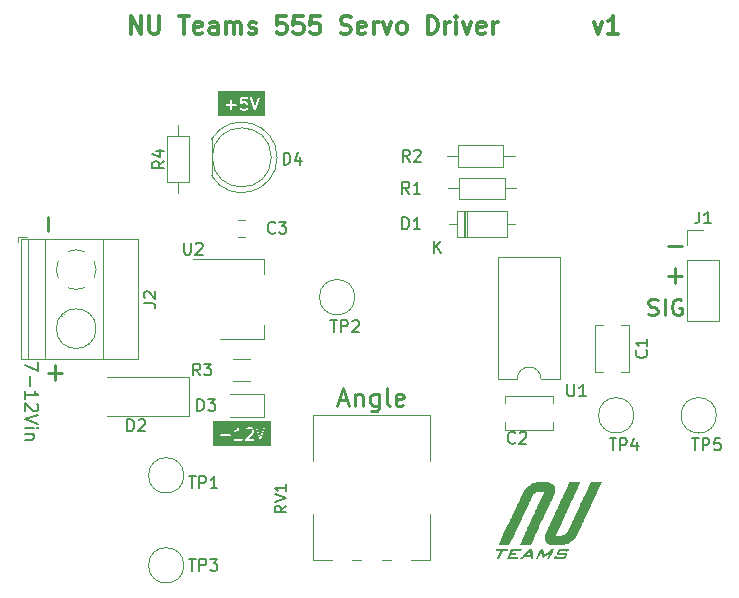
<source format=gbr>
%TF.GenerationSoftware,KiCad,Pcbnew,7.0.5*%
%TF.CreationDate,2023-06-11T14:56:47+10:00*%
%TF.ProjectId,Servo Controller 555,53657276-6f20-4436-9f6e-74726f6c6c65,rev?*%
%TF.SameCoordinates,Original*%
%TF.FileFunction,Legend,Top*%
%TF.FilePolarity,Positive*%
%FSLAX46Y46*%
G04 Gerber Fmt 4.6, Leading zero omitted, Abs format (unit mm)*
G04 Created by KiCad (PCBNEW 7.0.5) date 2023-06-11 14:56:47*
%MOMM*%
%LPD*%
G01*
G04 APERTURE LIST*
%ADD10C,0.250000*%
%ADD11C,0.150000*%
%ADD12C,0.300000*%
%ADD13C,0.200000*%
%ADD14C,0.120000*%
G04 APERTURE END LIST*
D10*
X212251973Y-93579857D02*
X212966259Y-93579857D01*
X212109116Y-94008428D02*
X212609116Y-92508428D01*
X212609116Y-92508428D02*
X213109116Y-94008428D01*
X213609115Y-93008428D02*
X213609115Y-94008428D01*
X213609115Y-93151285D02*
X213680544Y-93079857D01*
X213680544Y-93079857D02*
X213823401Y-93008428D01*
X213823401Y-93008428D02*
X214037687Y-93008428D01*
X214037687Y-93008428D02*
X214180544Y-93079857D01*
X214180544Y-93079857D02*
X214251973Y-93222714D01*
X214251973Y-93222714D02*
X214251973Y-94008428D01*
X215609116Y-93008428D02*
X215609116Y-94222714D01*
X215609116Y-94222714D02*
X215537687Y-94365571D01*
X215537687Y-94365571D02*
X215466258Y-94437000D01*
X215466258Y-94437000D02*
X215323401Y-94508428D01*
X215323401Y-94508428D02*
X215109116Y-94508428D01*
X215109116Y-94508428D02*
X214966258Y-94437000D01*
X215609116Y-93937000D02*
X215466258Y-94008428D01*
X215466258Y-94008428D02*
X215180544Y-94008428D01*
X215180544Y-94008428D02*
X215037687Y-93937000D01*
X215037687Y-93937000D02*
X214966258Y-93865571D01*
X214966258Y-93865571D02*
X214894830Y-93722714D01*
X214894830Y-93722714D02*
X214894830Y-93294142D01*
X214894830Y-93294142D02*
X214966258Y-93151285D01*
X214966258Y-93151285D02*
X215037687Y-93079857D01*
X215037687Y-93079857D02*
X215180544Y-93008428D01*
X215180544Y-93008428D02*
X215466258Y-93008428D01*
X215466258Y-93008428D02*
X215609116Y-93079857D01*
X216537687Y-94008428D02*
X216394830Y-93937000D01*
X216394830Y-93937000D02*
X216323401Y-93794142D01*
X216323401Y-93794142D02*
X216323401Y-92508428D01*
X217680544Y-93937000D02*
X217537687Y-94008428D01*
X217537687Y-94008428D02*
X217251973Y-94008428D01*
X217251973Y-94008428D02*
X217109115Y-93937000D01*
X217109115Y-93937000D02*
X217037687Y-93794142D01*
X217037687Y-93794142D02*
X217037687Y-93222714D01*
X217037687Y-93222714D02*
X217109115Y-93079857D01*
X217109115Y-93079857D02*
X217251973Y-93008428D01*
X217251973Y-93008428D02*
X217537687Y-93008428D01*
X217537687Y-93008428D02*
X217680544Y-93079857D01*
X217680544Y-93079857D02*
X217751973Y-93222714D01*
X217751973Y-93222714D02*
X217751973Y-93365571D01*
X217751973Y-93365571D02*
X217037687Y-93508428D01*
X240067425Y-80461666D02*
X241286473Y-80461666D01*
D11*
G36*
X206001667Y-69455857D02*
G01*
X202043334Y-69455857D01*
X202043334Y-68587990D01*
X202670600Y-68587990D01*
X202688896Y-68628054D01*
X202725948Y-68651866D01*
X203053922Y-68651866D01*
X203053922Y-68968601D01*
X203063165Y-69000079D01*
X203096451Y-69028921D01*
X203140046Y-69035189D01*
X203180110Y-69016893D01*
X203203922Y-68979841D01*
X203203922Y-68857003D01*
X203860479Y-68857003D01*
X203869841Y-68900040D01*
X203926382Y-68956583D01*
X203932827Y-68967434D01*
X203951338Y-68976689D01*
X203969449Y-68986579D01*
X203970908Y-68986474D01*
X204044154Y-69023097D01*
X204059281Y-69032819D01*
X204074611Y-69032819D01*
X204089694Y-69035533D01*
X204096238Y-69032819D01*
X204315358Y-69032819D01*
X204333242Y-69034750D01*
X204346955Y-69027893D01*
X204361658Y-69023576D01*
X204366296Y-69018222D01*
X204439764Y-68981487D01*
X204452098Y-68978805D01*
X204466729Y-68964172D01*
X204481842Y-68950116D01*
X204482204Y-68948696D01*
X204508638Y-68922262D01*
X204519489Y-68915818D01*
X204528745Y-68897304D01*
X204538635Y-68879194D01*
X204538530Y-68877734D01*
X204575152Y-68804490D01*
X204584874Y-68789364D01*
X204584873Y-68774034D01*
X204587588Y-68758951D01*
X204584874Y-68752407D01*
X204584874Y-68533277D01*
X204586804Y-68515403D01*
X204579949Y-68501693D01*
X204575631Y-68486987D01*
X204570276Y-68482347D01*
X204533542Y-68408878D01*
X204530860Y-68396548D01*
X204516240Y-68381928D01*
X204502171Y-68366803D01*
X204500752Y-68366440D01*
X204474317Y-68340005D01*
X204467874Y-68329156D01*
X204449373Y-68319905D01*
X204431251Y-68310010D01*
X204429790Y-68310114D01*
X204356549Y-68273494D01*
X204341420Y-68263771D01*
X204326090Y-68263771D01*
X204311007Y-68261057D01*
X204304463Y-68263771D01*
X204085334Y-68263771D01*
X204067459Y-68261841D01*
X204053749Y-68268695D01*
X204039043Y-68273014D01*
X204034403Y-68278368D01*
X204029120Y-68281010D01*
X204053939Y-68032819D01*
X204473037Y-68032819D01*
X204504515Y-68023576D01*
X204533357Y-67990290D01*
X204537619Y-67960644D01*
X204717474Y-67960644D01*
X205053481Y-68968668D01*
X205053176Y-68977116D01*
X205060308Y-68989149D01*
X205061180Y-68991764D01*
X205065788Y-68998395D01*
X205075633Y-69015004D01*
X205078239Y-69016310D01*
X205079903Y-69018704D01*
X205097745Y-69026084D01*
X205115009Y-69034736D01*
X205117908Y-69034425D01*
X205120602Y-69035540D01*
X205139589Y-69032105D01*
X205158802Y-69030049D01*
X205161075Y-69028218D01*
X205163942Y-69027700D01*
X205178060Y-69014543D01*
X205193109Y-69002428D01*
X205194031Y-68999661D01*
X205196164Y-68997674D01*
X205200930Y-68978963D01*
X205536816Y-67971308D01*
X205538001Y-67938522D01*
X205515544Y-67900634D01*
X205476168Y-67880902D01*
X205432374Y-67885590D01*
X205398068Y-67913210D01*
X205128922Y-68720647D01*
X204863331Y-67923873D01*
X204844608Y-67896933D01*
X204803909Y-67880097D01*
X204760569Y-67887937D01*
X204728347Y-67917964D01*
X204717474Y-67960644D01*
X204537619Y-67960644D01*
X204539625Y-67946695D01*
X204521329Y-67906631D01*
X204484277Y-67882819D01*
X203995200Y-67882819D01*
X203982695Y-67879726D01*
X203963383Y-67886312D01*
X203943805Y-67892062D01*
X203942661Y-67893381D01*
X203941009Y-67893945D01*
X203928317Y-67909936D01*
X203914963Y-67925348D01*
X203914714Y-67927074D01*
X203913628Y-67928444D01*
X203911595Y-67948770D01*
X203908695Y-67968943D01*
X203909419Y-67970529D01*
X203865331Y-68411414D01*
X203862066Y-68417394D01*
X203863178Y-68432941D01*
X203862745Y-68437275D01*
X203863944Y-68443651D01*
X203865209Y-68461325D01*
X203867960Y-68465000D01*
X203868810Y-68469516D01*
X203880983Y-68482397D01*
X203891603Y-68496584D01*
X203895906Y-68498189D01*
X203899061Y-68501527D01*
X203916262Y-68505781D01*
X203932870Y-68511976D01*
X203937358Y-68510999D01*
X203941816Y-68512102D01*
X203958585Y-68506382D01*
X203975907Y-68502614D01*
X203979155Y-68499365D01*
X203983502Y-68497883D01*
X203994519Y-68484001D01*
X204030491Y-68448029D01*
X204099007Y-68413771D01*
X204301692Y-68413771D01*
X204370209Y-68448029D01*
X204400615Y-68478435D01*
X204434874Y-68546951D01*
X204434874Y-68749636D01*
X204400615Y-68818153D01*
X204370207Y-68848561D01*
X204301693Y-68882819D01*
X204099009Y-68882819D01*
X204030491Y-68848560D01*
X203983856Y-68801923D01*
X203955062Y-68786201D01*
X203911131Y-68789343D01*
X203875872Y-68815736D01*
X203860479Y-68857003D01*
X203203922Y-68857003D01*
X203203922Y-68651866D01*
X203520657Y-68651866D01*
X203552135Y-68642623D01*
X203580977Y-68609337D01*
X203587245Y-68565742D01*
X203568949Y-68525678D01*
X203531897Y-68501866D01*
X203203922Y-68501866D01*
X203203922Y-68185132D01*
X203194679Y-68153654D01*
X203161393Y-68124812D01*
X203117798Y-68118544D01*
X203077734Y-68136840D01*
X203053922Y-68173892D01*
X203053922Y-68501866D01*
X202737188Y-68501866D01*
X202705710Y-68511109D01*
X202676868Y-68544395D01*
X202670600Y-68587990D01*
X202043334Y-68587990D01*
X202043334Y-67345143D01*
X206001667Y-67345143D01*
X206001667Y-69455857D01*
G37*
D10*
X238429139Y-86301500D02*
X238629139Y-86368166D01*
X238629139Y-86368166D02*
X238962473Y-86368166D01*
X238962473Y-86368166D02*
X239095806Y-86301500D01*
X239095806Y-86301500D02*
X239162473Y-86234833D01*
X239162473Y-86234833D02*
X239229139Y-86101500D01*
X239229139Y-86101500D02*
X239229139Y-85968166D01*
X239229139Y-85968166D02*
X239162473Y-85834833D01*
X239162473Y-85834833D02*
X239095806Y-85768166D01*
X239095806Y-85768166D02*
X238962473Y-85701500D01*
X238962473Y-85701500D02*
X238695806Y-85634833D01*
X238695806Y-85634833D02*
X238562473Y-85568166D01*
X238562473Y-85568166D02*
X238495806Y-85501500D01*
X238495806Y-85501500D02*
X238429139Y-85368166D01*
X238429139Y-85368166D02*
X238429139Y-85234833D01*
X238429139Y-85234833D02*
X238495806Y-85101500D01*
X238495806Y-85101500D02*
X238562473Y-85034833D01*
X238562473Y-85034833D02*
X238695806Y-84968166D01*
X238695806Y-84968166D02*
X239029139Y-84968166D01*
X239029139Y-84968166D02*
X239229139Y-85034833D01*
X239829139Y-86368166D02*
X239829139Y-84968166D01*
X241229139Y-85034833D02*
X241095806Y-84968166D01*
X241095806Y-84968166D02*
X240895806Y-84968166D01*
X240895806Y-84968166D02*
X240695806Y-85034833D01*
X240695806Y-85034833D02*
X240562473Y-85168166D01*
X240562473Y-85168166D02*
X240495806Y-85301500D01*
X240495806Y-85301500D02*
X240429139Y-85568166D01*
X240429139Y-85568166D02*
X240429139Y-85768166D01*
X240429139Y-85768166D02*
X240495806Y-86034833D01*
X240495806Y-86034833D02*
X240562473Y-86168166D01*
X240562473Y-86168166D02*
X240695806Y-86301500D01*
X240695806Y-86301500D02*
X240895806Y-86368166D01*
X240895806Y-86368166D02*
X241029139Y-86368166D01*
X241029139Y-86368166D02*
X241229139Y-86301500D01*
X241229139Y-86301500D02*
X241295806Y-86234833D01*
X241295806Y-86234833D02*
X241295806Y-85768166D01*
X241295806Y-85768166D02*
X241029139Y-85768166D01*
X187643333Y-78015425D02*
X187643333Y-79234473D01*
D11*
G36*
X206472857Y-97395857D02*
G01*
X201562143Y-97395857D01*
X201562143Y-96527990D01*
X202189409Y-96527990D01*
X202207705Y-96568054D01*
X202244757Y-96591866D01*
X202572731Y-96591866D01*
X202572731Y-96908601D01*
X202581974Y-96940079D01*
X202615260Y-96968921D01*
X202658855Y-96975189D01*
X202698919Y-96956893D01*
X202722731Y-96919841D01*
X202722731Y-96591866D01*
X203039466Y-96591866D01*
X203070944Y-96582623D01*
X203099786Y-96549337D01*
X203106054Y-96505742D01*
X203087758Y-96465678D01*
X203050706Y-96441866D01*
X202722731Y-96441866D01*
X202722731Y-96186288D01*
X203379138Y-96186288D01*
X203393028Y-96228084D01*
X203427310Y-96255736D01*
X203471099Y-96260464D01*
X203577622Y-96207201D01*
X203589954Y-96204519D01*
X203604581Y-96189891D01*
X203619699Y-96175830D01*
X203620061Y-96174411D01*
X203667969Y-96126504D01*
X203667969Y-96822819D01*
X203446473Y-96822819D01*
X203414995Y-96832062D01*
X203386153Y-96865348D01*
X203379885Y-96908943D01*
X203398181Y-96949007D01*
X203435233Y-96972819D01*
X203737609Y-96972819D01*
X203754093Y-96975189D01*
X203759283Y-96972819D01*
X204039465Y-96972819D01*
X204070943Y-96963576D01*
X204099785Y-96930290D01*
X204102854Y-96908943D01*
X204284647Y-96908943D01*
X204288174Y-96916666D01*
X204288780Y-96925135D01*
X204297143Y-96936307D01*
X204302943Y-96949007D01*
X204310086Y-96953597D01*
X204315174Y-96960394D01*
X204328250Y-96965271D01*
X204339995Y-96972819D01*
X204348486Y-96972819D01*
X204356441Y-96975786D01*
X204370080Y-96972819D01*
X204991846Y-96972819D01*
X205023324Y-96963576D01*
X205052166Y-96930290D01*
X205058434Y-96886695D01*
X205040138Y-96846631D01*
X205003086Y-96822819D01*
X204543083Y-96822819D01*
X204983623Y-96382277D01*
X204997632Y-96370999D01*
X205002479Y-96356457D01*
X205009825Y-96343005D01*
X205009319Y-96335937D01*
X205049242Y-96216169D01*
X205056064Y-96205555D01*
X205056064Y-96184875D01*
X205056810Y-96164236D01*
X205056064Y-96162977D01*
X205056064Y-96092325D01*
X205057994Y-96074451D01*
X205051139Y-96060741D01*
X205046821Y-96046035D01*
X205041466Y-96041395D01*
X205004732Y-95967926D01*
X205002050Y-95955596D01*
X204987430Y-95940976D01*
X204973361Y-95925851D01*
X204971942Y-95925488D01*
X204947098Y-95900644D01*
X205188664Y-95900644D01*
X205524671Y-96908668D01*
X205524366Y-96917116D01*
X205531498Y-96929149D01*
X205532370Y-96931764D01*
X205536978Y-96938395D01*
X205546823Y-96955004D01*
X205549429Y-96956310D01*
X205551093Y-96958704D01*
X205568935Y-96966084D01*
X205586199Y-96974736D01*
X205589098Y-96974425D01*
X205591792Y-96975540D01*
X205610779Y-96972105D01*
X205629992Y-96970049D01*
X205632265Y-96968218D01*
X205635132Y-96967700D01*
X205649250Y-96954543D01*
X205664299Y-96942428D01*
X205665221Y-96939661D01*
X205667354Y-96937674D01*
X205672120Y-96918963D01*
X206008006Y-95911308D01*
X206009191Y-95878522D01*
X205986734Y-95840634D01*
X205947358Y-95820902D01*
X205903564Y-95825590D01*
X205869258Y-95853210D01*
X205600112Y-96660647D01*
X205334521Y-95863873D01*
X205315798Y-95836933D01*
X205275099Y-95820097D01*
X205231759Y-95827937D01*
X205199537Y-95857964D01*
X205188664Y-95900644D01*
X204947098Y-95900644D01*
X204945507Y-95899053D01*
X204939064Y-95888204D01*
X204920563Y-95878953D01*
X204902441Y-95869058D01*
X204900980Y-95869162D01*
X204827739Y-95832542D01*
X204812610Y-95822819D01*
X204797280Y-95822819D01*
X204782197Y-95820105D01*
X204775653Y-95822819D01*
X204556524Y-95822819D01*
X204538649Y-95820889D01*
X204524939Y-95827743D01*
X204510233Y-95832062D01*
X204505593Y-95837416D01*
X204432124Y-95874150D01*
X204419794Y-95876833D01*
X204405174Y-95891452D01*
X204390049Y-95905522D01*
X204389686Y-95906940D01*
X204348979Y-95947648D01*
X204333256Y-95976442D01*
X204336399Y-96020373D01*
X204362793Y-96055632D01*
X204404060Y-96071024D01*
X204447097Y-96061662D01*
X204501681Y-96007077D01*
X204570197Y-95972819D01*
X204772882Y-95972819D01*
X204841399Y-96007078D01*
X204871805Y-96037483D01*
X204906064Y-96105999D01*
X204906064Y-96171362D01*
X204867892Y-96285876D01*
X204322518Y-96831250D01*
X204319757Y-96832062D01*
X204307094Y-96846675D01*
X204301360Y-96852410D01*
X204300055Y-96854799D01*
X204290915Y-96865348D01*
X204289706Y-96873750D01*
X204285637Y-96881204D01*
X204286633Y-96895128D01*
X204284647Y-96908943D01*
X204102854Y-96908943D01*
X204106053Y-96886695D01*
X204087757Y-96846631D01*
X204050705Y-96822819D01*
X203817969Y-96822819D01*
X203817969Y-95909245D01*
X203821124Y-95899132D01*
X203817968Y-95887678D01*
X203817969Y-95887037D01*
X203815110Y-95877302D01*
X203809427Y-95856670D01*
X203808918Y-95856214D01*
X203808726Y-95855559D01*
X203792566Y-95841557D01*
X203776631Y-95827273D01*
X203775956Y-95827164D01*
X203775440Y-95826717D01*
X203754292Y-95823676D01*
X203733147Y-95820272D01*
X203732519Y-95820545D01*
X203731845Y-95820449D01*
X203712411Y-95829323D01*
X203692781Y-95837893D01*
X203692402Y-95838461D01*
X203691781Y-95838745D01*
X203680215Y-95856741D01*
X203589446Y-95992894D01*
X203508065Y-96074275D01*
X203414070Y-96121273D01*
X203390049Y-96143617D01*
X203379138Y-96186288D01*
X202722731Y-96186288D01*
X202722731Y-96125132D01*
X202713488Y-96093654D01*
X202680202Y-96064812D01*
X202636607Y-96058544D01*
X202596543Y-96076840D01*
X202572731Y-96113892D01*
X202572731Y-96441866D01*
X202255997Y-96441866D01*
X202224519Y-96451109D01*
X202195677Y-96484395D01*
X202189409Y-96527990D01*
X201562143Y-96527990D01*
X201562143Y-95285143D01*
X206472857Y-95285143D01*
X206472857Y-97395857D01*
G37*
D10*
X188218333Y-90605425D02*
X188218333Y-91824473D01*
X187608809Y-91214949D02*
X188827857Y-91214949D01*
D12*
X194610510Y-62538828D02*
X194610510Y-61038828D01*
X194610510Y-61038828D02*
X195467653Y-62538828D01*
X195467653Y-62538828D02*
X195467653Y-61038828D01*
X196181939Y-61038828D02*
X196181939Y-62253114D01*
X196181939Y-62253114D02*
X196253368Y-62395971D01*
X196253368Y-62395971D02*
X196324797Y-62467400D01*
X196324797Y-62467400D02*
X196467654Y-62538828D01*
X196467654Y-62538828D02*
X196753368Y-62538828D01*
X196753368Y-62538828D02*
X196896225Y-62467400D01*
X196896225Y-62467400D02*
X196967654Y-62395971D01*
X196967654Y-62395971D02*
X197039082Y-62253114D01*
X197039082Y-62253114D02*
X197039082Y-61038828D01*
X198681940Y-61038828D02*
X199539083Y-61038828D01*
X199110511Y-62538828D02*
X199110511Y-61038828D01*
X200610511Y-62467400D02*
X200467654Y-62538828D01*
X200467654Y-62538828D02*
X200181940Y-62538828D01*
X200181940Y-62538828D02*
X200039082Y-62467400D01*
X200039082Y-62467400D02*
X199967654Y-62324542D01*
X199967654Y-62324542D02*
X199967654Y-61753114D01*
X199967654Y-61753114D02*
X200039082Y-61610257D01*
X200039082Y-61610257D02*
X200181940Y-61538828D01*
X200181940Y-61538828D02*
X200467654Y-61538828D01*
X200467654Y-61538828D02*
X200610511Y-61610257D01*
X200610511Y-61610257D02*
X200681940Y-61753114D01*
X200681940Y-61753114D02*
X200681940Y-61895971D01*
X200681940Y-61895971D02*
X199967654Y-62038828D01*
X201967654Y-62538828D02*
X201967654Y-61753114D01*
X201967654Y-61753114D02*
X201896225Y-61610257D01*
X201896225Y-61610257D02*
X201753368Y-61538828D01*
X201753368Y-61538828D02*
X201467654Y-61538828D01*
X201467654Y-61538828D02*
X201324796Y-61610257D01*
X201967654Y-62467400D02*
X201824796Y-62538828D01*
X201824796Y-62538828D02*
X201467654Y-62538828D01*
X201467654Y-62538828D02*
X201324796Y-62467400D01*
X201324796Y-62467400D02*
X201253368Y-62324542D01*
X201253368Y-62324542D02*
X201253368Y-62181685D01*
X201253368Y-62181685D02*
X201324796Y-62038828D01*
X201324796Y-62038828D02*
X201467654Y-61967400D01*
X201467654Y-61967400D02*
X201824796Y-61967400D01*
X201824796Y-61967400D02*
X201967654Y-61895971D01*
X202681939Y-62538828D02*
X202681939Y-61538828D01*
X202681939Y-61681685D02*
X202753368Y-61610257D01*
X202753368Y-61610257D02*
X202896225Y-61538828D01*
X202896225Y-61538828D02*
X203110511Y-61538828D01*
X203110511Y-61538828D02*
X203253368Y-61610257D01*
X203253368Y-61610257D02*
X203324797Y-61753114D01*
X203324797Y-61753114D02*
X203324797Y-62538828D01*
X203324797Y-61753114D02*
X203396225Y-61610257D01*
X203396225Y-61610257D02*
X203539082Y-61538828D01*
X203539082Y-61538828D02*
X203753368Y-61538828D01*
X203753368Y-61538828D02*
X203896225Y-61610257D01*
X203896225Y-61610257D02*
X203967654Y-61753114D01*
X203967654Y-61753114D02*
X203967654Y-62538828D01*
X204610511Y-62467400D02*
X204753368Y-62538828D01*
X204753368Y-62538828D02*
X205039082Y-62538828D01*
X205039082Y-62538828D02*
X205181939Y-62467400D01*
X205181939Y-62467400D02*
X205253368Y-62324542D01*
X205253368Y-62324542D02*
X205253368Y-62253114D01*
X205253368Y-62253114D02*
X205181939Y-62110257D01*
X205181939Y-62110257D02*
X205039082Y-62038828D01*
X205039082Y-62038828D02*
X204824797Y-62038828D01*
X204824797Y-62038828D02*
X204681939Y-61967400D01*
X204681939Y-61967400D02*
X204610511Y-61824542D01*
X204610511Y-61824542D02*
X204610511Y-61753114D01*
X204610511Y-61753114D02*
X204681939Y-61610257D01*
X204681939Y-61610257D02*
X204824797Y-61538828D01*
X204824797Y-61538828D02*
X205039082Y-61538828D01*
X205039082Y-61538828D02*
X205181939Y-61610257D01*
X207753368Y-61038828D02*
X207039082Y-61038828D01*
X207039082Y-61038828D02*
X206967654Y-61753114D01*
X206967654Y-61753114D02*
X207039082Y-61681685D01*
X207039082Y-61681685D02*
X207181940Y-61610257D01*
X207181940Y-61610257D02*
X207539082Y-61610257D01*
X207539082Y-61610257D02*
X207681940Y-61681685D01*
X207681940Y-61681685D02*
X207753368Y-61753114D01*
X207753368Y-61753114D02*
X207824797Y-61895971D01*
X207824797Y-61895971D02*
X207824797Y-62253114D01*
X207824797Y-62253114D02*
X207753368Y-62395971D01*
X207753368Y-62395971D02*
X207681940Y-62467400D01*
X207681940Y-62467400D02*
X207539082Y-62538828D01*
X207539082Y-62538828D02*
X207181940Y-62538828D01*
X207181940Y-62538828D02*
X207039082Y-62467400D01*
X207039082Y-62467400D02*
X206967654Y-62395971D01*
X209181939Y-61038828D02*
X208467653Y-61038828D01*
X208467653Y-61038828D02*
X208396225Y-61753114D01*
X208396225Y-61753114D02*
X208467653Y-61681685D01*
X208467653Y-61681685D02*
X208610511Y-61610257D01*
X208610511Y-61610257D02*
X208967653Y-61610257D01*
X208967653Y-61610257D02*
X209110511Y-61681685D01*
X209110511Y-61681685D02*
X209181939Y-61753114D01*
X209181939Y-61753114D02*
X209253368Y-61895971D01*
X209253368Y-61895971D02*
X209253368Y-62253114D01*
X209253368Y-62253114D02*
X209181939Y-62395971D01*
X209181939Y-62395971D02*
X209110511Y-62467400D01*
X209110511Y-62467400D02*
X208967653Y-62538828D01*
X208967653Y-62538828D02*
X208610511Y-62538828D01*
X208610511Y-62538828D02*
X208467653Y-62467400D01*
X208467653Y-62467400D02*
X208396225Y-62395971D01*
X210610510Y-61038828D02*
X209896224Y-61038828D01*
X209896224Y-61038828D02*
X209824796Y-61753114D01*
X209824796Y-61753114D02*
X209896224Y-61681685D01*
X209896224Y-61681685D02*
X210039082Y-61610257D01*
X210039082Y-61610257D02*
X210396224Y-61610257D01*
X210396224Y-61610257D02*
X210539082Y-61681685D01*
X210539082Y-61681685D02*
X210610510Y-61753114D01*
X210610510Y-61753114D02*
X210681939Y-61895971D01*
X210681939Y-61895971D02*
X210681939Y-62253114D01*
X210681939Y-62253114D02*
X210610510Y-62395971D01*
X210610510Y-62395971D02*
X210539082Y-62467400D01*
X210539082Y-62467400D02*
X210396224Y-62538828D01*
X210396224Y-62538828D02*
X210039082Y-62538828D01*
X210039082Y-62538828D02*
X209896224Y-62467400D01*
X209896224Y-62467400D02*
X209824796Y-62395971D01*
X212396224Y-62467400D02*
X212610510Y-62538828D01*
X212610510Y-62538828D02*
X212967652Y-62538828D01*
X212967652Y-62538828D02*
X213110510Y-62467400D01*
X213110510Y-62467400D02*
X213181938Y-62395971D01*
X213181938Y-62395971D02*
X213253367Y-62253114D01*
X213253367Y-62253114D02*
X213253367Y-62110257D01*
X213253367Y-62110257D02*
X213181938Y-61967400D01*
X213181938Y-61967400D02*
X213110510Y-61895971D01*
X213110510Y-61895971D02*
X212967652Y-61824542D01*
X212967652Y-61824542D02*
X212681938Y-61753114D01*
X212681938Y-61753114D02*
X212539081Y-61681685D01*
X212539081Y-61681685D02*
X212467652Y-61610257D01*
X212467652Y-61610257D02*
X212396224Y-61467400D01*
X212396224Y-61467400D02*
X212396224Y-61324542D01*
X212396224Y-61324542D02*
X212467652Y-61181685D01*
X212467652Y-61181685D02*
X212539081Y-61110257D01*
X212539081Y-61110257D02*
X212681938Y-61038828D01*
X212681938Y-61038828D02*
X213039081Y-61038828D01*
X213039081Y-61038828D02*
X213253367Y-61110257D01*
X214467652Y-62467400D02*
X214324795Y-62538828D01*
X214324795Y-62538828D02*
X214039081Y-62538828D01*
X214039081Y-62538828D02*
X213896223Y-62467400D01*
X213896223Y-62467400D02*
X213824795Y-62324542D01*
X213824795Y-62324542D02*
X213824795Y-61753114D01*
X213824795Y-61753114D02*
X213896223Y-61610257D01*
X213896223Y-61610257D02*
X214039081Y-61538828D01*
X214039081Y-61538828D02*
X214324795Y-61538828D01*
X214324795Y-61538828D02*
X214467652Y-61610257D01*
X214467652Y-61610257D02*
X214539081Y-61753114D01*
X214539081Y-61753114D02*
X214539081Y-61895971D01*
X214539081Y-61895971D02*
X213824795Y-62038828D01*
X215181937Y-62538828D02*
X215181937Y-61538828D01*
X215181937Y-61824542D02*
X215253366Y-61681685D01*
X215253366Y-61681685D02*
X215324795Y-61610257D01*
X215324795Y-61610257D02*
X215467652Y-61538828D01*
X215467652Y-61538828D02*
X215610509Y-61538828D01*
X215967651Y-61538828D02*
X216324794Y-62538828D01*
X216324794Y-62538828D02*
X216681937Y-61538828D01*
X217467651Y-62538828D02*
X217324794Y-62467400D01*
X217324794Y-62467400D02*
X217253365Y-62395971D01*
X217253365Y-62395971D02*
X217181937Y-62253114D01*
X217181937Y-62253114D02*
X217181937Y-61824542D01*
X217181937Y-61824542D02*
X217253365Y-61681685D01*
X217253365Y-61681685D02*
X217324794Y-61610257D01*
X217324794Y-61610257D02*
X217467651Y-61538828D01*
X217467651Y-61538828D02*
X217681937Y-61538828D01*
X217681937Y-61538828D02*
X217824794Y-61610257D01*
X217824794Y-61610257D02*
X217896223Y-61681685D01*
X217896223Y-61681685D02*
X217967651Y-61824542D01*
X217967651Y-61824542D02*
X217967651Y-62253114D01*
X217967651Y-62253114D02*
X217896223Y-62395971D01*
X217896223Y-62395971D02*
X217824794Y-62467400D01*
X217824794Y-62467400D02*
X217681937Y-62538828D01*
X217681937Y-62538828D02*
X217467651Y-62538828D01*
X219753365Y-62538828D02*
X219753365Y-61038828D01*
X219753365Y-61038828D02*
X220110508Y-61038828D01*
X220110508Y-61038828D02*
X220324794Y-61110257D01*
X220324794Y-61110257D02*
X220467651Y-61253114D01*
X220467651Y-61253114D02*
X220539080Y-61395971D01*
X220539080Y-61395971D02*
X220610508Y-61681685D01*
X220610508Y-61681685D02*
X220610508Y-61895971D01*
X220610508Y-61895971D02*
X220539080Y-62181685D01*
X220539080Y-62181685D02*
X220467651Y-62324542D01*
X220467651Y-62324542D02*
X220324794Y-62467400D01*
X220324794Y-62467400D02*
X220110508Y-62538828D01*
X220110508Y-62538828D02*
X219753365Y-62538828D01*
X221253365Y-62538828D02*
X221253365Y-61538828D01*
X221253365Y-61824542D02*
X221324794Y-61681685D01*
X221324794Y-61681685D02*
X221396223Y-61610257D01*
X221396223Y-61610257D02*
X221539080Y-61538828D01*
X221539080Y-61538828D02*
X221681937Y-61538828D01*
X222181936Y-62538828D02*
X222181936Y-61538828D01*
X222181936Y-61038828D02*
X222110508Y-61110257D01*
X222110508Y-61110257D02*
X222181936Y-61181685D01*
X222181936Y-61181685D02*
X222253365Y-61110257D01*
X222253365Y-61110257D02*
X222181936Y-61038828D01*
X222181936Y-61038828D02*
X222181936Y-61181685D01*
X222753365Y-61538828D02*
X223110508Y-62538828D01*
X223110508Y-62538828D02*
X223467651Y-61538828D01*
X224610508Y-62467400D02*
X224467651Y-62538828D01*
X224467651Y-62538828D02*
X224181937Y-62538828D01*
X224181937Y-62538828D02*
X224039079Y-62467400D01*
X224039079Y-62467400D02*
X223967651Y-62324542D01*
X223967651Y-62324542D02*
X223967651Y-61753114D01*
X223967651Y-61753114D02*
X224039079Y-61610257D01*
X224039079Y-61610257D02*
X224181937Y-61538828D01*
X224181937Y-61538828D02*
X224467651Y-61538828D01*
X224467651Y-61538828D02*
X224610508Y-61610257D01*
X224610508Y-61610257D02*
X224681937Y-61753114D01*
X224681937Y-61753114D02*
X224681937Y-61895971D01*
X224681937Y-61895971D02*
X223967651Y-62038828D01*
X225324793Y-62538828D02*
X225324793Y-61538828D01*
X225324793Y-61824542D02*
X225396222Y-61681685D01*
X225396222Y-61681685D02*
X225467651Y-61610257D01*
X225467651Y-61610257D02*
X225610508Y-61538828D01*
X225610508Y-61538828D02*
X225753365Y-61538828D01*
D10*
X240067425Y-83001666D02*
X241286473Y-83001666D01*
X240676949Y-83611190D02*
X240676949Y-82392142D01*
D12*
X233837653Y-61538828D02*
X234194796Y-62538828D01*
X234194796Y-62538828D02*
X234551939Y-61538828D01*
X235909082Y-62538828D02*
X235051939Y-62538828D01*
X235480510Y-62538828D02*
X235480510Y-61038828D01*
X235480510Y-61038828D02*
X235337653Y-61253114D01*
X235337653Y-61253114D02*
X235194796Y-61395971D01*
X235194796Y-61395971D02*
X235051939Y-61467400D01*
D13*
X186800019Y-90348720D02*
X186800019Y-91082054D01*
X186800019Y-91082054D02*
X185700019Y-90610625D01*
X186119066Y-91501101D02*
X186119066Y-92339197D01*
X185700019Y-93439197D02*
X185700019Y-92810625D01*
X185700019Y-93124911D02*
X186800019Y-93124911D01*
X186800019Y-93124911D02*
X186642876Y-93020149D01*
X186642876Y-93020149D02*
X186538114Y-92915387D01*
X186538114Y-92915387D02*
X186485733Y-92810625D01*
X186695257Y-93858244D02*
X186747638Y-93910625D01*
X186747638Y-93910625D02*
X186800019Y-94015387D01*
X186800019Y-94015387D02*
X186800019Y-94277292D01*
X186800019Y-94277292D02*
X186747638Y-94382054D01*
X186747638Y-94382054D02*
X186695257Y-94434435D01*
X186695257Y-94434435D02*
X186590495Y-94486816D01*
X186590495Y-94486816D02*
X186485733Y-94486816D01*
X186485733Y-94486816D02*
X186328590Y-94434435D01*
X186328590Y-94434435D02*
X185700019Y-93805863D01*
X185700019Y-93805863D02*
X185700019Y-94486816D01*
X186800019Y-94801101D02*
X185700019Y-95167768D01*
X185700019Y-95167768D02*
X186800019Y-95534435D01*
X185700019Y-95901101D02*
X186433352Y-95901101D01*
X186800019Y-95901101D02*
X186747638Y-95848720D01*
X186747638Y-95848720D02*
X186695257Y-95901101D01*
X186695257Y-95901101D02*
X186747638Y-95953482D01*
X186747638Y-95953482D02*
X186800019Y-95901101D01*
X186800019Y-95901101D02*
X186695257Y-95901101D01*
X186433352Y-96424911D02*
X185700019Y-96424911D01*
X186328590Y-96424911D02*
X186380971Y-96477292D01*
X186380971Y-96477292D02*
X186433352Y-96582054D01*
X186433352Y-96582054D02*
X186433352Y-96739197D01*
X186433352Y-96739197D02*
X186380971Y-96843959D01*
X186380971Y-96843959D02*
X186276209Y-96896340D01*
X186276209Y-96896340D02*
X185700019Y-96896340D01*
D11*
%TO.C,TP5*%
X242143095Y-96794819D02*
X242714523Y-96794819D01*
X242428809Y-97794819D02*
X242428809Y-96794819D01*
X243047857Y-97794819D02*
X243047857Y-96794819D01*
X243047857Y-96794819D02*
X243428809Y-96794819D01*
X243428809Y-96794819D02*
X243524047Y-96842438D01*
X243524047Y-96842438D02*
X243571666Y-96890057D01*
X243571666Y-96890057D02*
X243619285Y-96985295D01*
X243619285Y-96985295D02*
X243619285Y-97128152D01*
X243619285Y-97128152D02*
X243571666Y-97223390D01*
X243571666Y-97223390D02*
X243524047Y-97271009D01*
X243524047Y-97271009D02*
X243428809Y-97318628D01*
X243428809Y-97318628D02*
X243047857Y-97318628D01*
X244524047Y-96794819D02*
X244047857Y-96794819D01*
X244047857Y-96794819D02*
X244000238Y-97271009D01*
X244000238Y-97271009D02*
X244047857Y-97223390D01*
X244047857Y-97223390D02*
X244143095Y-97175771D01*
X244143095Y-97175771D02*
X244381190Y-97175771D01*
X244381190Y-97175771D02*
X244476428Y-97223390D01*
X244476428Y-97223390D02*
X244524047Y-97271009D01*
X244524047Y-97271009D02*
X244571666Y-97366247D01*
X244571666Y-97366247D02*
X244571666Y-97604342D01*
X244571666Y-97604342D02*
X244524047Y-97699580D01*
X244524047Y-97699580D02*
X244476428Y-97747200D01*
X244476428Y-97747200D02*
X244381190Y-97794819D01*
X244381190Y-97794819D02*
X244143095Y-97794819D01*
X244143095Y-97794819D02*
X244047857Y-97747200D01*
X244047857Y-97747200D02*
X244000238Y-97699580D01*
%TO.C,TP4*%
X235158095Y-96794819D02*
X235729523Y-96794819D01*
X235443809Y-97794819D02*
X235443809Y-96794819D01*
X236062857Y-97794819D02*
X236062857Y-96794819D01*
X236062857Y-96794819D02*
X236443809Y-96794819D01*
X236443809Y-96794819D02*
X236539047Y-96842438D01*
X236539047Y-96842438D02*
X236586666Y-96890057D01*
X236586666Y-96890057D02*
X236634285Y-96985295D01*
X236634285Y-96985295D02*
X236634285Y-97128152D01*
X236634285Y-97128152D02*
X236586666Y-97223390D01*
X236586666Y-97223390D02*
X236539047Y-97271009D01*
X236539047Y-97271009D02*
X236443809Y-97318628D01*
X236443809Y-97318628D02*
X236062857Y-97318628D01*
X237491428Y-97128152D02*
X237491428Y-97794819D01*
X237253333Y-96747200D02*
X237015238Y-97461485D01*
X237015238Y-97461485D02*
X237634285Y-97461485D01*
%TO.C,TP3*%
X199533095Y-106994819D02*
X200104523Y-106994819D01*
X199818809Y-107994819D02*
X199818809Y-106994819D01*
X200437857Y-107994819D02*
X200437857Y-106994819D01*
X200437857Y-106994819D02*
X200818809Y-106994819D01*
X200818809Y-106994819D02*
X200914047Y-107042438D01*
X200914047Y-107042438D02*
X200961666Y-107090057D01*
X200961666Y-107090057D02*
X201009285Y-107185295D01*
X201009285Y-107185295D02*
X201009285Y-107328152D01*
X201009285Y-107328152D02*
X200961666Y-107423390D01*
X200961666Y-107423390D02*
X200914047Y-107471009D01*
X200914047Y-107471009D02*
X200818809Y-107518628D01*
X200818809Y-107518628D02*
X200437857Y-107518628D01*
X201342619Y-106994819D02*
X201961666Y-106994819D01*
X201961666Y-106994819D02*
X201628333Y-107375771D01*
X201628333Y-107375771D02*
X201771190Y-107375771D01*
X201771190Y-107375771D02*
X201866428Y-107423390D01*
X201866428Y-107423390D02*
X201914047Y-107471009D01*
X201914047Y-107471009D02*
X201961666Y-107566247D01*
X201961666Y-107566247D02*
X201961666Y-107804342D01*
X201961666Y-107804342D02*
X201914047Y-107899580D01*
X201914047Y-107899580D02*
X201866428Y-107947200D01*
X201866428Y-107947200D02*
X201771190Y-107994819D01*
X201771190Y-107994819D02*
X201485476Y-107994819D01*
X201485476Y-107994819D02*
X201390238Y-107947200D01*
X201390238Y-107947200D02*
X201342619Y-107899580D01*
%TO.C,TP2*%
X211528095Y-86790819D02*
X212099523Y-86790819D01*
X211813809Y-87790819D02*
X211813809Y-86790819D01*
X212432857Y-87790819D02*
X212432857Y-86790819D01*
X212432857Y-86790819D02*
X212813809Y-86790819D01*
X212813809Y-86790819D02*
X212909047Y-86838438D01*
X212909047Y-86838438D02*
X212956666Y-86886057D01*
X212956666Y-86886057D02*
X213004285Y-86981295D01*
X213004285Y-86981295D02*
X213004285Y-87124152D01*
X213004285Y-87124152D02*
X212956666Y-87219390D01*
X212956666Y-87219390D02*
X212909047Y-87267009D01*
X212909047Y-87267009D02*
X212813809Y-87314628D01*
X212813809Y-87314628D02*
X212432857Y-87314628D01*
X213385238Y-86886057D02*
X213432857Y-86838438D01*
X213432857Y-86838438D02*
X213528095Y-86790819D01*
X213528095Y-86790819D02*
X213766190Y-86790819D01*
X213766190Y-86790819D02*
X213861428Y-86838438D01*
X213861428Y-86838438D02*
X213909047Y-86886057D01*
X213909047Y-86886057D02*
X213956666Y-86981295D01*
X213956666Y-86981295D02*
X213956666Y-87076533D01*
X213956666Y-87076533D02*
X213909047Y-87219390D01*
X213909047Y-87219390D02*
X213337619Y-87790819D01*
X213337619Y-87790819D02*
X213956666Y-87790819D01*
%TO.C,TP1*%
X199533095Y-100009819D02*
X200104523Y-100009819D01*
X199818809Y-101009819D02*
X199818809Y-100009819D01*
X200437857Y-101009819D02*
X200437857Y-100009819D01*
X200437857Y-100009819D02*
X200818809Y-100009819D01*
X200818809Y-100009819D02*
X200914047Y-100057438D01*
X200914047Y-100057438D02*
X200961666Y-100105057D01*
X200961666Y-100105057D02*
X201009285Y-100200295D01*
X201009285Y-100200295D02*
X201009285Y-100343152D01*
X201009285Y-100343152D02*
X200961666Y-100438390D01*
X200961666Y-100438390D02*
X200914047Y-100486009D01*
X200914047Y-100486009D02*
X200818809Y-100533628D01*
X200818809Y-100533628D02*
X200437857Y-100533628D01*
X201961666Y-101009819D02*
X201390238Y-101009819D01*
X201675952Y-101009819D02*
X201675952Y-100009819D01*
X201675952Y-100009819D02*
X201580714Y-100152676D01*
X201580714Y-100152676D02*
X201485476Y-100247914D01*
X201485476Y-100247914D02*
X201390238Y-100295533D01*
%TO.C,C3*%
X206843333Y-79353580D02*
X206795714Y-79401200D01*
X206795714Y-79401200D02*
X206652857Y-79448819D01*
X206652857Y-79448819D02*
X206557619Y-79448819D01*
X206557619Y-79448819D02*
X206414762Y-79401200D01*
X206414762Y-79401200D02*
X206319524Y-79305961D01*
X206319524Y-79305961D02*
X206271905Y-79210723D01*
X206271905Y-79210723D02*
X206224286Y-79020247D01*
X206224286Y-79020247D02*
X206224286Y-78877390D01*
X206224286Y-78877390D02*
X206271905Y-78686914D01*
X206271905Y-78686914D02*
X206319524Y-78591676D01*
X206319524Y-78591676D02*
X206414762Y-78496438D01*
X206414762Y-78496438D02*
X206557619Y-78448819D01*
X206557619Y-78448819D02*
X206652857Y-78448819D01*
X206652857Y-78448819D02*
X206795714Y-78496438D01*
X206795714Y-78496438D02*
X206843333Y-78544057D01*
X207176667Y-78448819D02*
X207795714Y-78448819D01*
X207795714Y-78448819D02*
X207462381Y-78829771D01*
X207462381Y-78829771D02*
X207605238Y-78829771D01*
X207605238Y-78829771D02*
X207700476Y-78877390D01*
X207700476Y-78877390D02*
X207748095Y-78925009D01*
X207748095Y-78925009D02*
X207795714Y-79020247D01*
X207795714Y-79020247D02*
X207795714Y-79258342D01*
X207795714Y-79258342D02*
X207748095Y-79353580D01*
X207748095Y-79353580D02*
X207700476Y-79401200D01*
X207700476Y-79401200D02*
X207605238Y-79448819D01*
X207605238Y-79448819D02*
X207319524Y-79448819D01*
X207319524Y-79448819D02*
X207224286Y-79401200D01*
X207224286Y-79401200D02*
X207176667Y-79353580D01*
%TO.C,J2*%
X195714819Y-85333333D02*
X196429104Y-85333333D01*
X196429104Y-85333333D02*
X196571961Y-85380952D01*
X196571961Y-85380952D02*
X196667200Y-85476190D01*
X196667200Y-85476190D02*
X196714819Y-85619047D01*
X196714819Y-85619047D02*
X196714819Y-85714285D01*
X195810057Y-84904761D02*
X195762438Y-84857142D01*
X195762438Y-84857142D02*
X195714819Y-84761904D01*
X195714819Y-84761904D02*
X195714819Y-84523809D01*
X195714819Y-84523809D02*
X195762438Y-84428571D01*
X195762438Y-84428571D02*
X195810057Y-84380952D01*
X195810057Y-84380952D02*
X195905295Y-84333333D01*
X195905295Y-84333333D02*
X196000533Y-84333333D01*
X196000533Y-84333333D02*
X196143390Y-84380952D01*
X196143390Y-84380952D02*
X196714819Y-84952380D01*
X196714819Y-84952380D02*
X196714819Y-84333333D01*
%TO.C,D4*%
X207559405Y-73606819D02*
X207559405Y-72606819D01*
X207559405Y-72606819D02*
X207797500Y-72606819D01*
X207797500Y-72606819D02*
X207940357Y-72654438D01*
X207940357Y-72654438D02*
X208035595Y-72749676D01*
X208035595Y-72749676D02*
X208083214Y-72844914D01*
X208083214Y-72844914D02*
X208130833Y-73035390D01*
X208130833Y-73035390D02*
X208130833Y-73178247D01*
X208130833Y-73178247D02*
X208083214Y-73368723D01*
X208083214Y-73368723D02*
X208035595Y-73463961D01*
X208035595Y-73463961D02*
X207940357Y-73559200D01*
X207940357Y-73559200D02*
X207797500Y-73606819D01*
X207797500Y-73606819D02*
X207559405Y-73606819D01*
X208987976Y-72940152D02*
X208987976Y-73606819D01*
X208749881Y-72559200D02*
X208511786Y-73273485D01*
X208511786Y-73273485D02*
X209130833Y-73273485D01*
%TO.C,C2*%
X227163333Y-97133580D02*
X227115714Y-97181200D01*
X227115714Y-97181200D02*
X226972857Y-97228819D01*
X226972857Y-97228819D02*
X226877619Y-97228819D01*
X226877619Y-97228819D02*
X226734762Y-97181200D01*
X226734762Y-97181200D02*
X226639524Y-97085961D01*
X226639524Y-97085961D02*
X226591905Y-96990723D01*
X226591905Y-96990723D02*
X226544286Y-96800247D01*
X226544286Y-96800247D02*
X226544286Y-96657390D01*
X226544286Y-96657390D02*
X226591905Y-96466914D01*
X226591905Y-96466914D02*
X226639524Y-96371676D01*
X226639524Y-96371676D02*
X226734762Y-96276438D01*
X226734762Y-96276438D02*
X226877619Y-96228819D01*
X226877619Y-96228819D02*
X226972857Y-96228819D01*
X226972857Y-96228819D02*
X227115714Y-96276438D01*
X227115714Y-96276438D02*
X227163333Y-96324057D01*
X227544286Y-96324057D02*
X227591905Y-96276438D01*
X227591905Y-96276438D02*
X227687143Y-96228819D01*
X227687143Y-96228819D02*
X227925238Y-96228819D01*
X227925238Y-96228819D02*
X228020476Y-96276438D01*
X228020476Y-96276438D02*
X228068095Y-96324057D01*
X228068095Y-96324057D02*
X228115714Y-96419295D01*
X228115714Y-96419295D02*
X228115714Y-96514533D01*
X228115714Y-96514533D02*
X228068095Y-96657390D01*
X228068095Y-96657390D02*
X227496667Y-97228819D01*
X227496667Y-97228819D02*
X228115714Y-97228819D01*
%TO.C,U2*%
X199136095Y-80226819D02*
X199136095Y-81036342D01*
X199136095Y-81036342D02*
X199183714Y-81131580D01*
X199183714Y-81131580D02*
X199231333Y-81179200D01*
X199231333Y-81179200D02*
X199326571Y-81226819D01*
X199326571Y-81226819D02*
X199517047Y-81226819D01*
X199517047Y-81226819D02*
X199612285Y-81179200D01*
X199612285Y-81179200D02*
X199659904Y-81131580D01*
X199659904Y-81131580D02*
X199707523Y-81036342D01*
X199707523Y-81036342D02*
X199707523Y-80226819D01*
X200136095Y-80322057D02*
X200183714Y-80274438D01*
X200183714Y-80274438D02*
X200278952Y-80226819D01*
X200278952Y-80226819D02*
X200517047Y-80226819D01*
X200517047Y-80226819D02*
X200612285Y-80274438D01*
X200612285Y-80274438D02*
X200659904Y-80322057D01*
X200659904Y-80322057D02*
X200707523Y-80417295D01*
X200707523Y-80417295D02*
X200707523Y-80512533D01*
X200707523Y-80512533D02*
X200659904Y-80655390D01*
X200659904Y-80655390D02*
X200088476Y-81226819D01*
X200088476Y-81226819D02*
X200707523Y-81226819D01*
%TO.C,R2*%
X218239333Y-73352819D02*
X217906000Y-72876628D01*
X217667905Y-73352819D02*
X217667905Y-72352819D01*
X217667905Y-72352819D02*
X218048857Y-72352819D01*
X218048857Y-72352819D02*
X218144095Y-72400438D01*
X218144095Y-72400438D02*
X218191714Y-72448057D01*
X218191714Y-72448057D02*
X218239333Y-72543295D01*
X218239333Y-72543295D02*
X218239333Y-72686152D01*
X218239333Y-72686152D02*
X218191714Y-72781390D01*
X218191714Y-72781390D02*
X218144095Y-72829009D01*
X218144095Y-72829009D02*
X218048857Y-72876628D01*
X218048857Y-72876628D02*
X217667905Y-72876628D01*
X218620286Y-72448057D02*
X218667905Y-72400438D01*
X218667905Y-72400438D02*
X218763143Y-72352819D01*
X218763143Y-72352819D02*
X219001238Y-72352819D01*
X219001238Y-72352819D02*
X219096476Y-72400438D01*
X219096476Y-72400438D02*
X219144095Y-72448057D01*
X219144095Y-72448057D02*
X219191714Y-72543295D01*
X219191714Y-72543295D02*
X219191714Y-72638533D01*
X219191714Y-72638533D02*
X219144095Y-72781390D01*
X219144095Y-72781390D02*
X218572667Y-73352819D01*
X218572667Y-73352819D02*
X219191714Y-73352819D01*
%TO.C,R1*%
X218189333Y-76078819D02*
X217856000Y-75602628D01*
X217617905Y-76078819D02*
X217617905Y-75078819D01*
X217617905Y-75078819D02*
X217998857Y-75078819D01*
X217998857Y-75078819D02*
X218094095Y-75126438D01*
X218094095Y-75126438D02*
X218141714Y-75174057D01*
X218141714Y-75174057D02*
X218189333Y-75269295D01*
X218189333Y-75269295D02*
X218189333Y-75412152D01*
X218189333Y-75412152D02*
X218141714Y-75507390D01*
X218141714Y-75507390D02*
X218094095Y-75555009D01*
X218094095Y-75555009D02*
X217998857Y-75602628D01*
X217998857Y-75602628D02*
X217617905Y-75602628D01*
X219141714Y-76078819D02*
X218570286Y-76078819D01*
X218856000Y-76078819D02*
X218856000Y-75078819D01*
X218856000Y-75078819D02*
X218760762Y-75221676D01*
X218760762Y-75221676D02*
X218665524Y-75316914D01*
X218665524Y-75316914D02*
X218570286Y-75364533D01*
%TO.C,U1*%
X231594095Y-92208819D02*
X231594095Y-93018342D01*
X231594095Y-93018342D02*
X231641714Y-93113580D01*
X231641714Y-93113580D02*
X231689333Y-93161200D01*
X231689333Y-93161200D02*
X231784571Y-93208819D01*
X231784571Y-93208819D02*
X231975047Y-93208819D01*
X231975047Y-93208819D02*
X232070285Y-93161200D01*
X232070285Y-93161200D02*
X232117904Y-93113580D01*
X232117904Y-93113580D02*
X232165523Y-93018342D01*
X232165523Y-93018342D02*
X232165523Y-92208819D01*
X233165523Y-93208819D02*
X232594095Y-93208819D01*
X232879809Y-93208819D02*
X232879809Y-92208819D01*
X232879809Y-92208819D02*
X232784571Y-92351676D01*
X232784571Y-92351676D02*
X232689333Y-92446914D01*
X232689333Y-92446914D02*
X232594095Y-92494533D01*
%TO.C,J1*%
X242744666Y-77584819D02*
X242744666Y-78299104D01*
X242744666Y-78299104D02*
X242697047Y-78441961D01*
X242697047Y-78441961D02*
X242601809Y-78537200D01*
X242601809Y-78537200D02*
X242458952Y-78584819D01*
X242458952Y-78584819D02*
X242363714Y-78584819D01*
X243744666Y-78584819D02*
X243173238Y-78584819D01*
X243458952Y-78584819D02*
X243458952Y-77584819D01*
X243458952Y-77584819D02*
X243363714Y-77727676D01*
X243363714Y-77727676D02*
X243268476Y-77822914D01*
X243268476Y-77822914D02*
X243173238Y-77870533D01*
%TO.C,D3*%
X200261905Y-94454819D02*
X200261905Y-93454819D01*
X200261905Y-93454819D02*
X200500000Y-93454819D01*
X200500000Y-93454819D02*
X200642857Y-93502438D01*
X200642857Y-93502438D02*
X200738095Y-93597676D01*
X200738095Y-93597676D02*
X200785714Y-93692914D01*
X200785714Y-93692914D02*
X200833333Y-93883390D01*
X200833333Y-93883390D02*
X200833333Y-94026247D01*
X200833333Y-94026247D02*
X200785714Y-94216723D01*
X200785714Y-94216723D02*
X200738095Y-94311961D01*
X200738095Y-94311961D02*
X200642857Y-94407200D01*
X200642857Y-94407200D02*
X200500000Y-94454819D01*
X200500000Y-94454819D02*
X200261905Y-94454819D01*
X201166667Y-93454819D02*
X201785714Y-93454819D01*
X201785714Y-93454819D02*
X201452381Y-93835771D01*
X201452381Y-93835771D02*
X201595238Y-93835771D01*
X201595238Y-93835771D02*
X201690476Y-93883390D01*
X201690476Y-93883390D02*
X201738095Y-93931009D01*
X201738095Y-93931009D02*
X201785714Y-94026247D01*
X201785714Y-94026247D02*
X201785714Y-94264342D01*
X201785714Y-94264342D02*
X201738095Y-94359580D01*
X201738095Y-94359580D02*
X201690476Y-94407200D01*
X201690476Y-94407200D02*
X201595238Y-94454819D01*
X201595238Y-94454819D02*
X201309524Y-94454819D01*
X201309524Y-94454819D02*
X201214286Y-94407200D01*
X201214286Y-94407200D02*
X201166667Y-94359580D01*
%TO.C,R4*%
X197456819Y-73318666D02*
X196980628Y-73651999D01*
X197456819Y-73890094D02*
X196456819Y-73890094D01*
X196456819Y-73890094D02*
X196456819Y-73509142D01*
X196456819Y-73509142D02*
X196504438Y-73413904D01*
X196504438Y-73413904D02*
X196552057Y-73366285D01*
X196552057Y-73366285D02*
X196647295Y-73318666D01*
X196647295Y-73318666D02*
X196790152Y-73318666D01*
X196790152Y-73318666D02*
X196885390Y-73366285D01*
X196885390Y-73366285D02*
X196933009Y-73413904D01*
X196933009Y-73413904D02*
X196980628Y-73509142D01*
X196980628Y-73509142D02*
X196980628Y-73890094D01*
X196790152Y-72461523D02*
X197456819Y-72461523D01*
X196409200Y-72699618D02*
X197123485Y-72937713D01*
X197123485Y-72937713D02*
X197123485Y-72318666D01*
%TO.C,D2*%
X194333905Y-96172819D02*
X194333905Y-95172819D01*
X194333905Y-95172819D02*
X194572000Y-95172819D01*
X194572000Y-95172819D02*
X194714857Y-95220438D01*
X194714857Y-95220438D02*
X194810095Y-95315676D01*
X194810095Y-95315676D02*
X194857714Y-95410914D01*
X194857714Y-95410914D02*
X194905333Y-95601390D01*
X194905333Y-95601390D02*
X194905333Y-95744247D01*
X194905333Y-95744247D02*
X194857714Y-95934723D01*
X194857714Y-95934723D02*
X194810095Y-96029961D01*
X194810095Y-96029961D02*
X194714857Y-96125200D01*
X194714857Y-96125200D02*
X194572000Y-96172819D01*
X194572000Y-96172819D02*
X194333905Y-96172819D01*
X195286286Y-95268057D02*
X195333905Y-95220438D01*
X195333905Y-95220438D02*
X195429143Y-95172819D01*
X195429143Y-95172819D02*
X195667238Y-95172819D01*
X195667238Y-95172819D02*
X195762476Y-95220438D01*
X195762476Y-95220438D02*
X195810095Y-95268057D01*
X195810095Y-95268057D02*
X195857714Y-95363295D01*
X195857714Y-95363295D02*
X195857714Y-95458533D01*
X195857714Y-95458533D02*
X195810095Y-95601390D01*
X195810095Y-95601390D02*
X195238667Y-96172819D01*
X195238667Y-96172819D02*
X195857714Y-96172819D01*
%TO.C,R3*%
X200493333Y-91454819D02*
X200160000Y-90978628D01*
X199921905Y-91454819D02*
X199921905Y-90454819D01*
X199921905Y-90454819D02*
X200302857Y-90454819D01*
X200302857Y-90454819D02*
X200398095Y-90502438D01*
X200398095Y-90502438D02*
X200445714Y-90550057D01*
X200445714Y-90550057D02*
X200493333Y-90645295D01*
X200493333Y-90645295D02*
X200493333Y-90788152D01*
X200493333Y-90788152D02*
X200445714Y-90883390D01*
X200445714Y-90883390D02*
X200398095Y-90931009D01*
X200398095Y-90931009D02*
X200302857Y-90978628D01*
X200302857Y-90978628D02*
X199921905Y-90978628D01*
X200826667Y-90454819D02*
X201445714Y-90454819D01*
X201445714Y-90454819D02*
X201112381Y-90835771D01*
X201112381Y-90835771D02*
X201255238Y-90835771D01*
X201255238Y-90835771D02*
X201350476Y-90883390D01*
X201350476Y-90883390D02*
X201398095Y-90931009D01*
X201398095Y-90931009D02*
X201445714Y-91026247D01*
X201445714Y-91026247D02*
X201445714Y-91264342D01*
X201445714Y-91264342D02*
X201398095Y-91359580D01*
X201398095Y-91359580D02*
X201350476Y-91407200D01*
X201350476Y-91407200D02*
X201255238Y-91454819D01*
X201255238Y-91454819D02*
X200969524Y-91454819D01*
X200969524Y-91454819D02*
X200874286Y-91407200D01*
X200874286Y-91407200D02*
X200826667Y-91359580D01*
%TO.C,RV1*%
X207804819Y-102495238D02*
X207328628Y-102828571D01*
X207804819Y-103066666D02*
X206804819Y-103066666D01*
X206804819Y-103066666D02*
X206804819Y-102685714D01*
X206804819Y-102685714D02*
X206852438Y-102590476D01*
X206852438Y-102590476D02*
X206900057Y-102542857D01*
X206900057Y-102542857D02*
X206995295Y-102495238D01*
X206995295Y-102495238D02*
X207138152Y-102495238D01*
X207138152Y-102495238D02*
X207233390Y-102542857D01*
X207233390Y-102542857D02*
X207281009Y-102590476D01*
X207281009Y-102590476D02*
X207328628Y-102685714D01*
X207328628Y-102685714D02*
X207328628Y-103066666D01*
X206804819Y-102209523D02*
X207804819Y-101876190D01*
X207804819Y-101876190D02*
X206804819Y-101542857D01*
X207804819Y-100685714D02*
X207804819Y-101257142D01*
X207804819Y-100971428D02*
X206804819Y-100971428D01*
X206804819Y-100971428D02*
X206947676Y-101066666D01*
X206947676Y-101066666D02*
X207042914Y-101161904D01*
X207042914Y-101161904D02*
X207090533Y-101257142D01*
%TO.C,C1*%
X238265580Y-89340666D02*
X238313200Y-89388285D01*
X238313200Y-89388285D02*
X238360819Y-89531142D01*
X238360819Y-89531142D02*
X238360819Y-89626380D01*
X238360819Y-89626380D02*
X238313200Y-89769237D01*
X238313200Y-89769237D02*
X238217961Y-89864475D01*
X238217961Y-89864475D02*
X238122723Y-89912094D01*
X238122723Y-89912094D02*
X237932247Y-89959713D01*
X237932247Y-89959713D02*
X237789390Y-89959713D01*
X237789390Y-89959713D02*
X237598914Y-89912094D01*
X237598914Y-89912094D02*
X237503676Y-89864475D01*
X237503676Y-89864475D02*
X237408438Y-89769237D01*
X237408438Y-89769237D02*
X237360819Y-89626380D01*
X237360819Y-89626380D02*
X237360819Y-89531142D01*
X237360819Y-89531142D02*
X237408438Y-89388285D01*
X237408438Y-89388285D02*
X237456057Y-89340666D01*
X238360819Y-88388285D02*
X238360819Y-88959713D01*
X238360819Y-88673999D02*
X237360819Y-88673999D01*
X237360819Y-88673999D02*
X237503676Y-88769237D01*
X237503676Y-88769237D02*
X237598914Y-88864475D01*
X237598914Y-88864475D02*
X237646533Y-88959713D01*
%TO.C,D1*%
X217617905Y-79078819D02*
X217617905Y-78078819D01*
X217617905Y-78078819D02*
X217856000Y-78078819D01*
X217856000Y-78078819D02*
X217998857Y-78126438D01*
X217998857Y-78126438D02*
X218094095Y-78221676D01*
X218094095Y-78221676D02*
X218141714Y-78316914D01*
X218141714Y-78316914D02*
X218189333Y-78507390D01*
X218189333Y-78507390D02*
X218189333Y-78650247D01*
X218189333Y-78650247D02*
X218141714Y-78840723D01*
X218141714Y-78840723D02*
X218094095Y-78935961D01*
X218094095Y-78935961D02*
X217998857Y-79031200D01*
X217998857Y-79031200D02*
X217856000Y-79078819D01*
X217856000Y-79078819D02*
X217617905Y-79078819D01*
X219141714Y-79078819D02*
X218570286Y-79078819D01*
X218856000Y-79078819D02*
X218856000Y-78078819D01*
X218856000Y-78078819D02*
X218760762Y-78221676D01*
X218760762Y-78221676D02*
X218665524Y-78316914D01*
X218665524Y-78316914D02*
X218570286Y-78364533D01*
X220284095Y-81078819D02*
X220284095Y-80078819D01*
X220855523Y-81078819D02*
X220426952Y-80507390D01*
X220855523Y-80078819D02*
X220284095Y-80650247D01*
%TO.C,G\u002A\u002A\u002A*%
G36*
X226153794Y-106142235D02*
G01*
X226226658Y-106142365D01*
X226295097Y-106142574D01*
X226358232Y-106142855D01*
X226415185Y-106143201D01*
X226465077Y-106143605D01*
X226507029Y-106144061D01*
X226540162Y-106144561D01*
X226563597Y-106145100D01*
X226576455Y-106145671D01*
X226578730Y-106146037D01*
X226576291Y-106152927D01*
X226569771Y-106168048D01*
X226560365Y-106188854D01*
X226549269Y-106212799D01*
X226537678Y-106237336D01*
X226526788Y-106259918D01*
X226517794Y-106277998D01*
X226511893Y-106289030D01*
X226510819Y-106290702D01*
X226506368Y-106292862D01*
X226495908Y-106294601D01*
X226478476Y-106295952D01*
X226453111Y-106296953D01*
X226418850Y-106297637D01*
X226374729Y-106298040D01*
X226319788Y-106298197D01*
X226305934Y-106298202D01*
X226106613Y-106298202D01*
X225939730Y-106652230D01*
X225772848Y-107006258D01*
X225671825Y-107006258D01*
X225570802Y-107006258D01*
X225585033Y-106974755D01*
X225590178Y-106963612D01*
X225599945Y-106942694D01*
X225613829Y-106913078D01*
X225631324Y-106875839D01*
X225651923Y-106832052D01*
X225675122Y-106782794D01*
X225700413Y-106729140D01*
X225727291Y-106672165D01*
X225749971Y-106624125D01*
X225777259Y-106566285D01*
X225802957Y-106511706D01*
X225826617Y-106461347D01*
X225847790Y-106416169D01*
X225866028Y-106377132D01*
X225880882Y-106345195D01*
X225891903Y-106321319D01*
X225898642Y-106306464D01*
X225900677Y-106301600D01*
X225894912Y-106300779D01*
X225878559Y-106300029D01*
X225853030Y-106299376D01*
X225819739Y-106298843D01*
X225780099Y-106298456D01*
X225735521Y-106298240D01*
X225706661Y-106298202D01*
X225659588Y-106298101D01*
X225616427Y-106297814D01*
X225578625Y-106297367D01*
X225547627Y-106296783D01*
X225524879Y-106296089D01*
X225511827Y-106295308D01*
X225509257Y-106294813D01*
X225510300Y-106288352D01*
X225515824Y-106273651D01*
X225524847Y-106253155D01*
X225532297Y-106237525D01*
X225544710Y-106211901D01*
X225556039Y-106187967D01*
X225564594Y-106169317D01*
X225567382Y-106162908D01*
X225576039Y-106142190D01*
X226077384Y-106142190D01*
X226153794Y-106142235D01*
G37*
G36*
X227727568Y-106175189D02*
G01*
X227717168Y-106197886D01*
X227704147Y-106225191D01*
X227691820Y-106250195D01*
X227670665Y-106292202D01*
X227328561Y-106292202D01*
X226986458Y-106292202D01*
X226942496Y-106383709D01*
X226928131Y-106414152D01*
X226916027Y-106440846D01*
X226906992Y-106461926D01*
X226901831Y-106475525D01*
X226900999Y-106479717D01*
X226907376Y-106480804D01*
X226924319Y-106481796D01*
X226950394Y-106482662D01*
X226984167Y-106483367D01*
X227024204Y-106483880D01*
X227069070Y-106484167D01*
X227098125Y-106484217D01*
X227145091Y-106484300D01*
X227187979Y-106484536D01*
X227225380Y-106484905D01*
X227255883Y-106485386D01*
X227278076Y-106485958D01*
X227290551Y-106486602D01*
X227292786Y-106487027D01*
X227290376Y-106493200D01*
X227283776Y-106508123D01*
X227273934Y-106529701D01*
X227261797Y-106555839D01*
X227258930Y-106561954D01*
X227225074Y-106634071D01*
X227024050Y-106635650D01*
X226823027Y-106637229D01*
X226775884Y-106738062D01*
X226761003Y-106770029D01*
X226748052Y-106798111D01*
X226737828Y-106820561D01*
X226731126Y-106835632D01*
X226728742Y-106841570D01*
X226734566Y-106842059D01*
X226751331Y-106842520D01*
X226777979Y-106842943D01*
X226813449Y-106843321D01*
X226856682Y-106843645D01*
X226906619Y-106843908D01*
X226962201Y-106844101D01*
X227022367Y-106844215D01*
X227073769Y-106844245D01*
X227136874Y-106844304D01*
X227196254Y-106844474D01*
X227250847Y-106844745D01*
X227299595Y-106845105D01*
X227341439Y-106845544D01*
X227375319Y-106846050D01*
X227400175Y-106846615D01*
X227414948Y-106847225D01*
X227418796Y-106847747D01*
X227416348Y-106854136D01*
X227409621Y-106869310D01*
X227399540Y-106891240D01*
X227387028Y-106917898D01*
X227381873Y-106928753D01*
X227344950Y-107006258D01*
X226895335Y-107006258D01*
X226813162Y-107006186D01*
X226737672Y-107005975D01*
X226669491Y-107005634D01*
X226609245Y-107005168D01*
X226557560Y-107004588D01*
X226515064Y-107003899D01*
X226482381Y-107003110D01*
X226460140Y-107002228D01*
X226448965Y-107001262D01*
X226447720Y-107000759D01*
X226450535Y-106994589D01*
X226458077Y-106978398D01*
X226469955Y-106953020D01*
X226485777Y-106919289D01*
X226505150Y-106878039D01*
X226527684Y-106830104D01*
X226552985Y-106776316D01*
X226580663Y-106717511D01*
X226610326Y-106654522D01*
X226641581Y-106588183D01*
X226650736Y-106568757D01*
X226851752Y-106142254D01*
X227296956Y-106142222D01*
X227742161Y-106142190D01*
X227727568Y-106175189D01*
G37*
G36*
X228555864Y-106142490D02*
G01*
X228582935Y-106142933D01*
X228601184Y-106143914D01*
X228612200Y-106145570D01*
X228617570Y-106148040D01*
X228618891Y-106151174D01*
X228619506Y-106158624D01*
X228621269Y-106176815D01*
X228624054Y-106204555D01*
X228627735Y-106240651D01*
X228632188Y-106283912D01*
X228637286Y-106333145D01*
X228642905Y-106387158D01*
X228648919Y-106444759D01*
X228655204Y-106504755D01*
X228661632Y-106565955D01*
X228668080Y-106627166D01*
X228674421Y-106687195D01*
X228680531Y-106744852D01*
X228686284Y-106798943D01*
X228691555Y-106848276D01*
X228696218Y-106891659D01*
X228700148Y-106927901D01*
X228703219Y-106955808D01*
X228705307Y-106974188D01*
X228706117Y-106980756D01*
X228709633Y-107006258D01*
X228595256Y-107006258D01*
X228555417Y-107006178D01*
X228526007Y-107005843D01*
X228505453Y-107005109D01*
X228492185Y-107003832D01*
X228484630Y-107001869D01*
X228481218Y-106999076D01*
X228480390Y-106995757D01*
X228479729Y-106986161D01*
X228478257Y-106967113D01*
X228476172Y-106941118D01*
X228473674Y-106910685D01*
X228472889Y-106901250D01*
X228465879Y-106817243D01*
X228193848Y-106815681D01*
X227921818Y-106814120D01*
X227822412Y-106910189D01*
X227723006Y-107006258D01*
X227623454Y-107006258D01*
X227523901Y-107006258D01*
X227568856Y-106961454D01*
X227579771Y-106950724D01*
X227598643Y-106932345D01*
X227624778Y-106906986D01*
X227657482Y-106875319D01*
X227696063Y-106838013D01*
X227739827Y-106795737D01*
X227788080Y-106749161D01*
X227840130Y-106698956D01*
X227887087Y-106653691D01*
X228084849Y-106653691D01*
X228090609Y-106654811D01*
X228106926Y-106655830D01*
X228132359Y-106656713D01*
X228165465Y-106657426D01*
X228204799Y-106657933D01*
X228248921Y-106658199D01*
X228270863Y-106658231D01*
X228323096Y-106658192D01*
X228364562Y-106658029D01*
X228396493Y-106657672D01*
X228420124Y-106657052D01*
X228436688Y-106656100D01*
X228447418Y-106654744D01*
X228453548Y-106652917D01*
X228456311Y-106650548D01*
X228456941Y-106647730D01*
X228456567Y-106636087D01*
X228455465Y-106614729D01*
X228453773Y-106585722D01*
X228451629Y-106551135D01*
X228449173Y-106513037D01*
X228446542Y-106473496D01*
X228443876Y-106434580D01*
X228441313Y-106398358D01*
X228438992Y-106366897D01*
X228437051Y-106342266D01*
X228435628Y-106326534D01*
X228435163Y-106322703D01*
X228431956Y-106302199D01*
X228258403Y-106475676D01*
X228220901Y-106513269D01*
X228186183Y-106548278D01*
X228155141Y-106579788D01*
X228128668Y-106606884D01*
X228107657Y-106628651D01*
X228092999Y-106644173D01*
X228085586Y-106652535D01*
X228084849Y-106653691D01*
X227887087Y-106653691D01*
X227895282Y-106645791D01*
X227952844Y-106590336D01*
X228012121Y-106533260D01*
X228015843Y-106529677D01*
X228417875Y-106142703D01*
X228518383Y-106142447D01*
X228555864Y-106142490D01*
G37*
G36*
X230454720Y-106167692D02*
G01*
X230450222Y-106177191D01*
X230441042Y-106196633D01*
X230427609Y-106225105D01*
X230410355Y-106261694D01*
X230389709Y-106305487D01*
X230366104Y-106355569D01*
X230339969Y-106411027D01*
X230311735Y-106470948D01*
X230281833Y-106534419D01*
X230251775Y-106598226D01*
X230060990Y-107003258D01*
X229966990Y-107004910D01*
X229934939Y-107005310D01*
X229907583Y-107005340D01*
X229886951Y-107005023D01*
X229875072Y-107004381D01*
X229872989Y-107003850D01*
X229875475Y-106998066D01*
X229882619Y-106982435D01*
X229893952Y-106957959D01*
X229909006Y-106925643D01*
X229927312Y-106886489D01*
X229948402Y-106841502D01*
X229971807Y-106791683D01*
X229997057Y-106738038D01*
X230010425Y-106709675D01*
X230036352Y-106654586D01*
X230060583Y-106602899D01*
X230082661Y-106555602D01*
X230102128Y-106513686D01*
X230118526Y-106478143D01*
X230131398Y-106449961D01*
X230140285Y-106430131D01*
X230144731Y-106419644D01*
X230145136Y-106418212D01*
X230140141Y-106421909D01*
X230126652Y-106432573D01*
X230105459Y-106449567D01*
X230077349Y-106472249D01*
X230043112Y-106499983D01*
X230003536Y-106532127D01*
X229959410Y-106568044D01*
X229911523Y-106607094D01*
X229860662Y-106648638D01*
X229847188Y-106659656D01*
X229786861Y-106708948D01*
X229735079Y-106751138D01*
X229691136Y-106786765D01*
X229654325Y-106816368D01*
X229623938Y-106840488D01*
X229599270Y-106859665D01*
X229579613Y-106874439D01*
X229564260Y-106885349D01*
X229552505Y-106892937D01*
X229543640Y-106897741D01*
X229536960Y-106900302D01*
X229531756Y-106901159D01*
X229531054Y-106901175D01*
X229510144Y-106901250D01*
X229437076Y-106668261D01*
X229421186Y-106617730D01*
X229406357Y-106570841D01*
X229392983Y-106528815D01*
X229381456Y-106492874D01*
X229372167Y-106464237D01*
X229365509Y-106444127D01*
X229361875Y-106433763D01*
X229361356Y-106432620D01*
X229358372Y-106437370D01*
X229350776Y-106451999D01*
X229339048Y-106475516D01*
X229323668Y-106506932D01*
X229305117Y-106545259D01*
X229283874Y-106589506D01*
X229260419Y-106638685D01*
X229235234Y-106691807D01*
X229223521Y-106716612D01*
X229088339Y-107003258D01*
X229006069Y-107004931D01*
X228974785Y-107005198D01*
X228949817Y-107004677D01*
X228932937Y-107003451D01*
X228925922Y-107001605D01*
X228925857Y-107001173D01*
X228928680Y-106995013D01*
X228936227Y-106978830D01*
X228948108Y-106953459D01*
X228963929Y-106919733D01*
X228983300Y-106878485D01*
X229005829Y-106830548D01*
X229031124Y-106776757D01*
X229058794Y-106717945D01*
X229088447Y-106654944D01*
X229119692Y-106588590D01*
X229128931Y-106568974D01*
X229329947Y-106142207D01*
X229413635Y-106143699D01*
X229497323Y-106145190D01*
X229575870Y-106391210D01*
X229592523Y-106443341D01*
X229608099Y-106492049D01*
X229622210Y-106536120D01*
X229634465Y-106574340D01*
X229644475Y-106605493D01*
X229651850Y-106628366D01*
X229656200Y-106641744D01*
X229657195Y-106644702D01*
X229662317Y-106642468D01*
X229676231Y-106633090D01*
X229698403Y-106616977D01*
X229728298Y-106594538D01*
X229765383Y-106566182D01*
X229809122Y-106532317D01*
X229858983Y-106493352D01*
X229914429Y-106449697D01*
X229974928Y-106401759D01*
X229980685Y-106397183D01*
X230301397Y-106142190D01*
X230384139Y-106142190D01*
X230466880Y-106142190D01*
X230454720Y-106167692D01*
G37*
G36*
X231223087Y-106143017D02*
G01*
X231292497Y-106143268D01*
X231338032Y-106143492D01*
X231664130Y-106145190D01*
X231692289Y-106159060D01*
X231713028Y-106171986D01*
X231725368Y-106187450D01*
X231730058Y-106207705D01*
X231727849Y-106235002D01*
X231723928Y-106253993D01*
X231716833Y-106279843D01*
X231708167Y-106305379D01*
X231701186Y-106322052D01*
X231688115Y-106348903D01*
X231595205Y-106368144D01*
X231563491Y-106374572D01*
X231536182Y-106379840D01*
X231515308Y-106383578D01*
X231502899Y-106385416D01*
X231500353Y-106385444D01*
X231501703Y-106379469D01*
X231507051Y-106365467D01*
X231515301Y-106346274D01*
X231516766Y-106343023D01*
X231525628Y-106323206D01*
X231532141Y-106308125D01*
X231535067Y-106300655D01*
X231535120Y-106300372D01*
X231529315Y-106299936D01*
X231512676Y-106299529D01*
X231486372Y-106299160D01*
X231451572Y-106298838D01*
X231409443Y-106298573D01*
X231361153Y-106298372D01*
X231307871Y-106298246D01*
X231251281Y-106298202D01*
X230967442Y-106298202D01*
X230927255Y-106384211D01*
X230913564Y-106413735D01*
X230901876Y-106439365D01*
X230893056Y-106459169D01*
X230887970Y-106471215D01*
X230887069Y-106473921D01*
X230892885Y-106474664D01*
X230909589Y-106475426D01*
X230936072Y-106476188D01*
X230971222Y-106476929D01*
X231013927Y-106477630D01*
X231063076Y-106478273D01*
X231117558Y-106478836D01*
X231176261Y-106479300D01*
X231200594Y-106479453D01*
X231272192Y-106479887D01*
X231332803Y-106480342D01*
X231383445Y-106480901D01*
X231425131Y-106481649D01*
X231458876Y-106482670D01*
X231485697Y-106484048D01*
X231506608Y-106485867D01*
X231522623Y-106488213D01*
X231534759Y-106491168D01*
X231544031Y-106494818D01*
X231551453Y-106499246D01*
X231558040Y-106504537D01*
X231563531Y-106509578D01*
X231573738Y-106522212D01*
X231579604Y-106537746D01*
X231580879Y-106557183D01*
X231577316Y-106581525D01*
X231568663Y-106611774D01*
X231554674Y-106648933D01*
X231535098Y-106694002D01*
X231509687Y-106747985D01*
X231498670Y-106770594D01*
X231478201Y-106811901D01*
X231461676Y-106844109D01*
X231448012Y-106869017D01*
X231436123Y-106888424D01*
X231424926Y-106904126D01*
X231413335Y-106917923D01*
X231403622Y-106928214D01*
X231374312Y-106954773D01*
X231344268Y-106974011D01*
X231309599Y-106987984D01*
X231272460Y-106997496D01*
X231256244Y-106999598D01*
X231229679Y-107001423D01*
X231194163Y-107002972D01*
X231151092Y-107004248D01*
X231101863Y-107005251D01*
X231047872Y-107005983D01*
X230990517Y-107006447D01*
X230931194Y-107006642D01*
X230871300Y-107006572D01*
X230812231Y-107006238D01*
X230755384Y-107005641D01*
X230702156Y-107004784D01*
X230653944Y-107003667D01*
X230612144Y-107002292D01*
X230578154Y-107000661D01*
X230553369Y-106998776D01*
X230539192Y-106996640D01*
X230507845Y-106984948D01*
X230487345Y-106968973D01*
X230476943Y-106947520D01*
X230475888Y-106919397D01*
X230478996Y-106900767D01*
X230484417Y-106880298D01*
X230492399Y-106855130D01*
X230501608Y-106828983D01*
X230510710Y-106805581D01*
X230518371Y-106788643D01*
X230520552Y-106784795D01*
X230527551Y-106781470D01*
X230543837Y-106776697D01*
X230566984Y-106770969D01*
X230594566Y-106764779D01*
X230624160Y-106758620D01*
X230653339Y-106752986D01*
X230679679Y-106748369D01*
X230700755Y-106745263D01*
X230714141Y-106744160D01*
X230717553Y-106744734D01*
X230716249Y-106750821D01*
X230710613Y-106764525D01*
X230702230Y-106782133D01*
X230692324Y-106802661D01*
X230684295Y-106820697D01*
X230680414Y-106830799D01*
X230676209Y-106844356D01*
X230980060Y-106842800D01*
X231283911Y-106841245D01*
X231328509Y-106746175D01*
X231342974Y-106715224D01*
X231355482Y-106688240D01*
X231365210Y-106667013D01*
X231371340Y-106653330D01*
X231373108Y-106648967D01*
X231367293Y-106648522D01*
X231350595Y-106648040D01*
X231324129Y-106647534D01*
X231289013Y-106647020D01*
X231246362Y-106646512D01*
X231197294Y-106646023D01*
X231142926Y-106645568D01*
X231084374Y-106645161D01*
X231062583Y-106645029D01*
X230752059Y-106643229D01*
X230722056Y-106628228D01*
X230702739Y-106615987D01*
X230689484Y-106600886D01*
X230682358Y-106581871D01*
X230681430Y-106557888D01*
X230686769Y-106527885D01*
X230698441Y-106490806D01*
X230716515Y-106445598D01*
X230736762Y-106400426D01*
X230765037Y-106341941D01*
X230791059Y-106293810D01*
X230815760Y-106254813D01*
X230840070Y-106223734D01*
X230864921Y-106199353D01*
X230891242Y-106180453D01*
X230913986Y-106168459D01*
X230926743Y-106162886D01*
X230939446Y-106158149D01*
X230953136Y-106154187D01*
X230968854Y-106150937D01*
X230987640Y-106148340D01*
X231010537Y-106146334D01*
X231038583Y-106144856D01*
X231072820Y-106143847D01*
X231114290Y-106143245D01*
X231164032Y-106142989D01*
X231223087Y-106143017D01*
G37*
G36*
X229640111Y-100462918D02*
G01*
X229696690Y-100463889D01*
X229747459Y-100465409D01*
X229790461Y-100467488D01*
X229823740Y-100470134D01*
X229827986Y-100470605D01*
X229937105Y-100486760D01*
X230036288Y-100508704D01*
X230126264Y-100536716D01*
X230207760Y-100571076D01*
X230281502Y-100612065D01*
X230348218Y-100659962D01*
X230371939Y-100680086D01*
X230432301Y-100739209D01*
X230481644Y-100800120D01*
X230520944Y-100864310D01*
X230551180Y-100933275D01*
X230564378Y-100974052D01*
X230572482Y-101013159D01*
X230577288Y-101060107D01*
X230578804Y-101111202D01*
X230577037Y-101162745D01*
X230571994Y-101211043D01*
X230563844Y-101251805D01*
X230556361Y-101277806D01*
X230546896Y-101307285D01*
X230535250Y-101340697D01*
X230521226Y-101378500D01*
X230504625Y-101421149D01*
X230485249Y-101469100D01*
X230462900Y-101522808D01*
X230437380Y-101582731D01*
X230408492Y-101649323D01*
X230376037Y-101723041D01*
X230339817Y-101804341D01*
X230299635Y-101893678D01*
X230255292Y-101991509D01*
X230206590Y-102098290D01*
X230153331Y-102214477D01*
X230095317Y-102340525D01*
X230032351Y-102476891D01*
X230024484Y-102493903D01*
X230006706Y-102532340D01*
X229984285Y-102580818D01*
X229957615Y-102638483D01*
X229927090Y-102704481D01*
X229893105Y-102777962D01*
X229856055Y-102858071D01*
X229816333Y-102943956D01*
X229774334Y-103034765D01*
X229730453Y-103129644D01*
X229685083Y-103227741D01*
X229638620Y-103328204D01*
X229591457Y-103430179D01*
X229543989Y-103532813D01*
X229496611Y-103635255D01*
X229487482Y-103654994D01*
X229395660Y-103853520D01*
X229308779Y-104041340D01*
X229226749Y-104218647D01*
X229149481Y-104385631D01*
X229076887Y-104542484D01*
X229008878Y-104689397D01*
X228945365Y-104826562D01*
X228886259Y-104954169D01*
X228831471Y-105072411D01*
X228780913Y-105181479D01*
X228734496Y-105281563D01*
X228692131Y-105372856D01*
X228653729Y-105455548D01*
X228619201Y-105529831D01*
X228588459Y-105595897D01*
X228561414Y-105653936D01*
X228537977Y-105704140D01*
X228518059Y-105746700D01*
X228501571Y-105781808D01*
X228488425Y-105809655D01*
X228478532Y-105830433D01*
X228471802Y-105844331D01*
X228468148Y-105851543D01*
X228467476Y-105852667D01*
X228463911Y-105854113D01*
X228455270Y-105855374D01*
X228440889Y-105856461D01*
X228420107Y-105857384D01*
X228392259Y-105858155D01*
X228356685Y-105858783D01*
X228312721Y-105859280D01*
X228259704Y-105859655D01*
X228196972Y-105859920D01*
X228123863Y-105860085D01*
X228039713Y-105860160D01*
X227998107Y-105860168D01*
X227924615Y-105860125D01*
X227854629Y-105859999D01*
X227789072Y-105859799D01*
X227728867Y-105859531D01*
X227674938Y-105859200D01*
X227628208Y-105858815D01*
X227589600Y-105858382D01*
X227560037Y-105857907D01*
X227540443Y-105857398D01*
X227531741Y-105856861D01*
X227531388Y-105856751D01*
X227532106Y-105850090D01*
X227537061Y-105835468D01*
X227545258Y-105815720D01*
X227547727Y-105810247D01*
X227570956Y-105759642D01*
X227598958Y-105698734D01*
X227631462Y-105628110D01*
X227668197Y-105548357D01*
X227708891Y-105460060D01*
X227753275Y-105363807D01*
X227801075Y-105260185D01*
X227852022Y-105149779D01*
X227905845Y-105033176D01*
X227962271Y-104910963D01*
X228021031Y-104783727D01*
X228081852Y-104652053D01*
X228144464Y-104516530D01*
X228208596Y-104377742D01*
X228273976Y-104236278D01*
X228340333Y-104092723D01*
X228407397Y-103947663D01*
X228474896Y-103801687D01*
X228542559Y-103655379D01*
X228610115Y-103509328D01*
X228677293Y-103364118D01*
X228743821Y-103220338D01*
X228809429Y-103078573D01*
X228873845Y-102939410D01*
X228936798Y-102803436D01*
X228998018Y-102671238D01*
X229057232Y-102543401D01*
X229114170Y-102420512D01*
X229168562Y-102303159D01*
X229220134Y-102191927D01*
X229222012Y-102187879D01*
X229279998Y-102062726D01*
X229332962Y-101948169D01*
X229381018Y-101843955D01*
X229424280Y-101749833D01*
X229462863Y-101665551D01*
X229496880Y-101590859D01*
X229526445Y-101525504D01*
X229551674Y-101469236D01*
X229572680Y-101421802D01*
X229589576Y-101382952D01*
X229602478Y-101352434D01*
X229611061Y-101331132D01*
X229616643Y-101314431D01*
X229616804Y-101305811D01*
X229613492Y-101303134D01*
X229598117Y-101300517D01*
X229572172Y-101298603D01*
X229537070Y-101297407D01*
X229494224Y-101296947D01*
X229445044Y-101297238D01*
X229390944Y-101298297D01*
X229338714Y-101299939D01*
X229267190Y-101302848D01*
X229206166Y-101306031D01*
X229154145Y-101309733D01*
X229109626Y-101314200D01*
X229071110Y-101319679D01*
X229037098Y-101326416D01*
X229006089Y-101334656D01*
X228976585Y-101344645D01*
X228947085Y-101356630D01*
X228921179Y-101368435D01*
X228863327Y-101398587D01*
X228813803Y-101430903D01*
X228768938Y-101467921D01*
X228747447Y-101488643D01*
X228737374Y-101498989D01*
X228728065Y-101509198D01*
X228719071Y-101520105D01*
X228709943Y-101532549D01*
X228700233Y-101547366D01*
X228689493Y-101565394D01*
X228677272Y-101587469D01*
X228663124Y-101614429D01*
X228646599Y-101647110D01*
X228627249Y-101686350D01*
X228604625Y-101732985D01*
X228578278Y-101787853D01*
X228547760Y-101851791D01*
X228512622Y-101925636D01*
X228507762Y-101935859D01*
X228476097Y-102002509D01*
X228443967Y-102070223D01*
X228411184Y-102139405D01*
X228377558Y-102210459D01*
X228342899Y-102283789D01*
X228307017Y-102359800D01*
X228269723Y-102438896D01*
X228230828Y-102521481D01*
X228190142Y-102607961D01*
X228147475Y-102698738D01*
X228102638Y-102794218D01*
X228055441Y-102894806D01*
X228005695Y-103000904D01*
X227953209Y-103112918D01*
X227897795Y-103231252D01*
X227839263Y-103356311D01*
X227777423Y-103488498D01*
X227712086Y-103628219D01*
X227643062Y-103775876D01*
X227570161Y-103931876D01*
X227493195Y-104096622D01*
X227411973Y-104270518D01*
X227326305Y-104453970D01*
X227236003Y-104647380D01*
X227140877Y-104851154D01*
X227113832Y-104909093D01*
X226671295Y-105857167D01*
X226212480Y-105858597D01*
X226139224Y-105858763D01*
X226069382Y-105858798D01*
X226003895Y-105858711D01*
X225943701Y-105858509D01*
X225889739Y-105858197D01*
X225842950Y-105857784D01*
X225804271Y-105857276D01*
X225774643Y-105856680D01*
X225755004Y-105856003D01*
X225746295Y-105855252D01*
X225745999Y-105855141D01*
X225744953Y-105853320D01*
X225745051Y-105849459D01*
X225746535Y-105843020D01*
X225749646Y-105833463D01*
X225754627Y-105820251D01*
X225761720Y-105802844D01*
X225771165Y-105780705D01*
X225783206Y-105753295D01*
X225798084Y-105720075D01*
X225816041Y-105680508D01*
X225837319Y-105634053D01*
X225862160Y-105580174D01*
X225890805Y-105518331D01*
X225923496Y-105447987D01*
X225960476Y-105368602D01*
X226001985Y-105279638D01*
X226048267Y-105180557D01*
X226067170Y-105140111D01*
X226162413Y-104936342D01*
X226252747Y-104743069D01*
X226338347Y-104559916D01*
X226419389Y-104386506D01*
X226496047Y-104222465D01*
X226568498Y-104067417D01*
X226636916Y-103920987D01*
X226701476Y-103782799D01*
X226762354Y-103652477D01*
X226819725Y-103529645D01*
X226873764Y-103413929D01*
X226924646Y-103304952D01*
X226972547Y-103202340D01*
X227017641Y-103105716D01*
X227060104Y-103014705D01*
X227100111Y-102928931D01*
X227137838Y-102848020D01*
X227173459Y-102771594D01*
X227207150Y-102699279D01*
X227239085Y-102630699D01*
X227269441Y-102565479D01*
X227298392Y-102503243D01*
X227326114Y-102443615D01*
X227352781Y-102386220D01*
X227378569Y-102330683D01*
X227403654Y-102276627D01*
X227428210Y-102223677D01*
X227452412Y-102171458D01*
X227476436Y-102119594D01*
X227494828Y-102079870D01*
X227546710Y-101968271D01*
X227596625Y-101861857D01*
X227644308Y-101761163D01*
X227689495Y-101666722D01*
X227731923Y-101579072D01*
X227771326Y-101498745D01*
X227807442Y-101426279D01*
X227840005Y-101362207D01*
X227868752Y-101307064D01*
X227893419Y-101261387D01*
X227913741Y-101225709D01*
X227927299Y-101203801D01*
X227957140Y-101159852D01*
X227986336Y-101120278D01*
X228017008Y-101082562D01*
X228051277Y-101044185D01*
X228091263Y-101002629D01*
X228124750Y-100969359D01*
X228198044Y-100900597D01*
X228269147Y-100840597D01*
X228340989Y-100787266D01*
X228416494Y-100738514D01*
X228498590Y-100692245D01*
X228547191Y-100667308D01*
X228678303Y-100608176D01*
X228814590Y-100558913D01*
X228956770Y-100519311D01*
X229105560Y-100489161D01*
X229212937Y-100473700D01*
X229245607Y-100470640D01*
X229288110Y-100468049D01*
X229338490Y-100465938D01*
X229394793Y-100464316D01*
X229455061Y-100463193D01*
X229517341Y-100462580D01*
X229579676Y-100462484D01*
X229640111Y-100462918D01*
G37*
G36*
X233971398Y-100461487D02*
G01*
X234038904Y-100461709D01*
X234106702Y-100462111D01*
X234173326Y-100462692D01*
X234237314Y-100463452D01*
X234297201Y-100464391D01*
X234332296Y-100465077D01*
X234504264Y-100468743D01*
X233662874Y-102271885D01*
X233566819Y-102477737D01*
X233475704Y-102673004D01*
X233389392Y-102857976D01*
X233307744Y-103032943D01*
X233230624Y-103198194D01*
X233157894Y-103354020D01*
X233089417Y-103500709D01*
X233025056Y-103638552D01*
X232964673Y-103767838D01*
X232908131Y-103888857D01*
X232855293Y-104001899D01*
X232806022Y-104107253D01*
X232760179Y-104205208D01*
X232717628Y-104296056D01*
X232678232Y-104380084D01*
X232641853Y-104457584D01*
X232608353Y-104528844D01*
X232577596Y-104594154D01*
X232549445Y-104653805D01*
X232523761Y-104708085D01*
X232500408Y-104757284D01*
X232479248Y-104801692D01*
X232460144Y-104841599D01*
X232442959Y-104877295D01*
X232427555Y-104909068D01*
X232413795Y-104937209D01*
X232401541Y-104962007D01*
X232390658Y-104983753D01*
X232381006Y-105002735D01*
X232372449Y-105019243D01*
X232364849Y-105033568D01*
X232358070Y-105045998D01*
X232351973Y-105056824D01*
X232346422Y-105066335D01*
X232341279Y-105074820D01*
X232336407Y-105082570D01*
X232331668Y-105089874D01*
X232326926Y-105097022D01*
X232322043Y-105104304D01*
X232316881Y-105112008D01*
X232315843Y-105113565D01*
X232234719Y-105224704D01*
X232144761Y-105327800D01*
X232046237Y-105422632D01*
X231939416Y-105508976D01*
X231824565Y-105586611D01*
X231701955Y-105655315D01*
X231607126Y-105699953D01*
X231519275Y-105735566D01*
X231426744Y-105768269D01*
X231333012Y-105797002D01*
X231241558Y-105820708D01*
X231155861Y-105838326D01*
X231148165Y-105839641D01*
X231122350Y-105842926D01*
X231086474Y-105845960D01*
X231041971Y-105848724D01*
X230990280Y-105851199D01*
X230932837Y-105853366D01*
X230871080Y-105855207D01*
X230806445Y-105856702D01*
X230740370Y-105857832D01*
X230674291Y-105858579D01*
X230609646Y-105858923D01*
X230547872Y-105858845D01*
X230490405Y-105858327D01*
X230438683Y-105857349D01*
X230394143Y-105855893D01*
X230358222Y-105853940D01*
X230332356Y-105851470D01*
X230326025Y-105850494D01*
X230220283Y-105827571D01*
X230124162Y-105798251D01*
X230036916Y-105762180D01*
X229957798Y-105719004D01*
X229886060Y-105668367D01*
X229822891Y-105611860D01*
X229793400Y-105580804D01*
X229768261Y-105550366D01*
X229745439Y-105517608D01*
X229722900Y-105479593D01*
X229698609Y-105433384D01*
X229696775Y-105429734D01*
X229662973Y-105362328D01*
X229663115Y-105270721D01*
X229664198Y-105195556D01*
X229667262Y-105131231D01*
X229672401Y-105076733D01*
X229679713Y-105031050D01*
X229689294Y-104993170D01*
X229689634Y-104992090D01*
X229694970Y-104976252D01*
X229702054Y-104956960D01*
X229711067Y-104933818D01*
X229722187Y-104906428D01*
X229735593Y-104874394D01*
X229751464Y-104837318D01*
X229769979Y-104794804D01*
X229791317Y-104746454D01*
X229815657Y-104691872D01*
X229843177Y-104630661D01*
X229874056Y-104562423D01*
X229908474Y-104486763D01*
X229946609Y-104403282D01*
X229988640Y-104311584D01*
X230034747Y-104211271D01*
X230085107Y-104101948D01*
X230139900Y-103983217D01*
X230199305Y-103854681D01*
X230263500Y-103715942D01*
X230309785Y-103615991D01*
X230344416Y-103541222D01*
X230383656Y-103456485D01*
X230427077Y-103362707D01*
X230474252Y-103260811D01*
X230524752Y-103151724D01*
X230578149Y-103036371D01*
X230634014Y-102915676D01*
X230691920Y-102790564D01*
X230751438Y-102661962D01*
X230812141Y-102530793D01*
X230873599Y-102397984D01*
X230935386Y-102264459D01*
X230997072Y-102131144D01*
X231058229Y-101998963D01*
X231118430Y-101868842D01*
X231177246Y-101741706D01*
X231195515Y-101702214D01*
X231248668Y-101587341D01*
X231300521Y-101475331D01*
X231350847Y-101366674D01*
X231399418Y-101261858D01*
X231446009Y-101161372D01*
X231490390Y-101065705D01*
X231532335Y-100975346D01*
X231571616Y-100890784D01*
X231608007Y-100812507D01*
X231641280Y-100741004D01*
X231671207Y-100676764D01*
X231697561Y-100620277D01*
X231720116Y-100572030D01*
X231738643Y-100532513D01*
X231752915Y-100502214D01*
X231762706Y-100481623D01*
X231767787Y-100471228D01*
X231768466Y-100470016D01*
X231775112Y-100469279D01*
X231792633Y-100468728D01*
X231819904Y-100468352D01*
X231855799Y-100468140D01*
X231899194Y-100468081D01*
X231948965Y-100468164D01*
X232003986Y-100468377D01*
X232063133Y-100468711D01*
X232125281Y-100469152D01*
X232189305Y-100469692D01*
X232254080Y-100470317D01*
X232318481Y-100471018D01*
X232381384Y-100471783D01*
X232441664Y-100472602D01*
X232498196Y-100473462D01*
X232549855Y-100474353D01*
X232595516Y-100475264D01*
X232634055Y-100476183D01*
X232664347Y-100477101D01*
X232685267Y-100478004D01*
X232695690Y-100478884D01*
X232696638Y-100479170D01*
X232695942Y-100482519D01*
X232692581Y-100491517D01*
X232686450Y-100506396D01*
X232677442Y-100527386D01*
X232665452Y-100554720D01*
X232650373Y-100588627D01*
X232632099Y-100629339D01*
X232610525Y-100677088D01*
X232585545Y-100732104D01*
X232557051Y-100794618D01*
X232524940Y-100864862D01*
X232489104Y-100943067D01*
X232449437Y-101029464D01*
X232405834Y-101124283D01*
X232358189Y-101227757D01*
X232306395Y-101340116D01*
X232250347Y-101461591D01*
X232189938Y-101592414D01*
X232125063Y-101732815D01*
X232055616Y-101883026D01*
X231981491Y-102043278D01*
X231902581Y-102213803D01*
X231818781Y-102394830D01*
X231763183Y-102514904D01*
X231708830Y-102632303D01*
X231653336Y-102752216D01*
X231596946Y-102874106D01*
X231539908Y-102997440D01*
X231482469Y-103121684D01*
X231424873Y-103246303D01*
X231367369Y-103370762D01*
X231310201Y-103494526D01*
X231253618Y-103617063D01*
X231197865Y-103737836D01*
X231143189Y-103856311D01*
X231089837Y-103971954D01*
X231038054Y-104084231D01*
X230988087Y-104192606D01*
X230940183Y-104296546D01*
X230894588Y-104395515D01*
X230851549Y-104488980D01*
X230811312Y-104576405D01*
X230774124Y-104657257D01*
X230740230Y-104731001D01*
X230709879Y-104797102D01*
X230683315Y-104855026D01*
X230660786Y-104904237D01*
X230642538Y-104944203D01*
X230628817Y-104974388D01*
X230619871Y-104994258D01*
X230619380Y-104995359D01*
X230605036Y-105027621D01*
X230849561Y-105024435D01*
X230924183Y-105023325D01*
X230988141Y-105021956D01*
X231042769Y-105020123D01*
X231089403Y-105017625D01*
X231129378Y-105014257D01*
X231164031Y-105009817D01*
X231194697Y-105004103D01*
X231222711Y-104996910D01*
X231249409Y-104988036D01*
X231276127Y-104977278D01*
X231304200Y-104964433D01*
X231331104Y-104951232D01*
X231385190Y-104922064D01*
X231429939Y-104892755D01*
X231467849Y-104861156D01*
X231501416Y-104825123D01*
X231533136Y-104782509D01*
X231540853Y-104770908D01*
X231546258Y-104762624D01*
X231551443Y-104754608D01*
X231556575Y-104746502D01*
X231561827Y-104737948D01*
X231567367Y-104728590D01*
X231573364Y-104718071D01*
X231579990Y-104706033D01*
X231587414Y-104692119D01*
X231595804Y-104675972D01*
X231605332Y-104657235D01*
X231616168Y-104635551D01*
X231628479Y-104610562D01*
X231642438Y-104581912D01*
X231658213Y-104549243D01*
X231675974Y-104512199D01*
X231695891Y-104470421D01*
X231718134Y-104423553D01*
X231742872Y-104371238D01*
X231770275Y-104313119D01*
X231800514Y-104248838D01*
X231833757Y-104178038D01*
X231870175Y-104100362D01*
X231909938Y-104015453D01*
X231953215Y-103922954D01*
X232000175Y-103822508D01*
X232050990Y-103713758D01*
X232105828Y-103596345D01*
X232164859Y-103469914D01*
X232228254Y-103334107D01*
X232296181Y-103188567D01*
X232368812Y-103032937D01*
X232446314Y-102866860D01*
X232462148Y-102832929D01*
X232543179Y-102659296D01*
X232619400Y-102495982D01*
X232691069Y-102342431D01*
X232758449Y-102198087D01*
X232821798Y-102062392D01*
X232881378Y-101934791D01*
X232937449Y-101814725D01*
X232990271Y-101701638D01*
X233040103Y-101594974D01*
X233087208Y-101494175D01*
X233131844Y-101398685D01*
X233174273Y-101307946D01*
X233214754Y-101221403D01*
X233253547Y-101138498D01*
X233290914Y-101058675D01*
X233327115Y-100981376D01*
X233362409Y-100906044D01*
X233397056Y-100832124D01*
X233431319Y-100759058D01*
X233465455Y-100686289D01*
X233499727Y-100613261D01*
X233516865Y-100576752D01*
X233567571Y-100468743D01*
X233629930Y-100464978D01*
X233654422Y-100463938D01*
X233689449Y-100463078D01*
X233733549Y-100462399D01*
X233785257Y-100461901D01*
X233843110Y-100461583D01*
X233905645Y-100461445D01*
X233971398Y-100461487D01*
G37*
D14*
%TO.C,TP5*%
X244205000Y-94840000D02*
G75*
G03*
X244205000Y-94840000I-1500000J0D01*
G01*
%TO.C,TP4*%
X237220000Y-94840000D02*
G75*
G03*
X237220000Y-94840000I-1500000J0D01*
G01*
%TO.C,TP3*%
X199120000Y-107540000D02*
G75*
G03*
X199120000Y-107540000I-1500000J0D01*
G01*
%TO.C,TP2*%
X213590000Y-84836000D02*
G75*
G03*
X213590000Y-84836000I-1500000J0D01*
G01*
%TO.C,TP1*%
X199120000Y-99920000D02*
G75*
G03*
X199120000Y-99920000I-1500000J0D01*
G01*
%TO.C,C3*%
X204261252Y-79735000D02*
X203738748Y-79735000D01*
X204261252Y-78265000D02*
X203738748Y-78265000D01*
%TO.C,J2*%
X185840000Y-79700000D02*
X185100000Y-79700000D01*
X185100000Y-79700000D02*
X185100000Y-80200000D01*
X195261000Y-79940000D02*
X185340000Y-79940000D01*
X195261000Y-79940000D02*
X195261000Y-90060000D01*
X192301000Y-79940000D02*
X192301000Y-90060000D01*
X187400000Y-79940000D02*
X187400000Y-90060000D01*
X185900000Y-79940000D02*
X185900000Y-90060000D01*
X185340000Y-79940000D02*
X185340000Y-90060000D01*
X188977000Y-86273000D02*
X188931000Y-86226000D01*
X188761000Y-86466000D02*
X188726000Y-86431000D01*
X191275000Y-88570000D02*
X191239000Y-88535000D01*
X191069000Y-88775000D02*
X191023000Y-88728000D01*
X195261000Y-90060000D02*
X185340000Y-90060000D01*
X190683999Y-80965001D02*
G75*
G03*
X189316958Y-80964574I-684000J-1534992D01*
G01*
X191534999Y-83183999D02*
G75*
G03*
X191535426Y-81816958I-1534992J684000D01*
G01*
X188465001Y-81816000D02*
G75*
G03*
X188319748Y-82528805I1535000J-683999D01*
G01*
X188320001Y-82500000D02*
G75*
G03*
X188465245Y-83183318I1679999J0D01*
G01*
X189316000Y-84035000D02*
G75*
G03*
X190683042Y-84035426I684000J1535000D01*
G01*
X191680000Y-87500000D02*
G75*
G03*
X191680000Y-87500000I-1680000J0D01*
G01*
%TO.C,D4*%
X201457500Y-71455000D02*
X201457500Y-74545000D01*
X207007499Y-73000462D02*
G75*
G03*
X201457501Y-71455170I-2989999J462D01*
G01*
X201457500Y-74544830D02*
G75*
G03*
X207007500Y-72999538I2560000J1544830D01*
G01*
X206517500Y-73000000D02*
G75*
G03*
X206517500Y-73000000I-2500000J0D01*
G01*
%TO.C,C2*%
X226336000Y-93204000D02*
X226336000Y-93829000D01*
X226336000Y-93204000D02*
X230376000Y-93204000D01*
X226336000Y-95419000D02*
X226336000Y-96044000D01*
X226336000Y-96044000D02*
X230376000Y-96044000D01*
X230376000Y-93204000D02*
X230376000Y-93829000D01*
X230376000Y-95419000D02*
X230376000Y-96044000D01*
%TO.C,U2*%
X199900000Y-81590000D02*
X205910000Y-81590000D01*
X202150000Y-88410000D02*
X205910000Y-88410000D01*
X205910000Y-81590000D02*
X205910000Y-82850000D01*
X205910000Y-88410000D02*
X205910000Y-87150000D01*
%TO.C,R2*%
X221378000Y-72898000D02*
X222328000Y-72898000D01*
X222328000Y-71978000D02*
X222328000Y-73818000D01*
X222328000Y-73818000D02*
X226168000Y-73818000D01*
X226168000Y-71978000D02*
X222328000Y-71978000D01*
X226168000Y-73818000D02*
X226168000Y-71978000D01*
X227118000Y-72898000D02*
X226168000Y-72898000D01*
%TO.C,R1*%
X227226000Y-75624000D02*
X226276000Y-75624000D01*
X226276000Y-76544000D02*
X226276000Y-74704000D01*
X226276000Y-74704000D02*
X222436000Y-74704000D01*
X222436000Y-76544000D02*
X226276000Y-76544000D01*
X222436000Y-74704000D02*
X222436000Y-76544000D01*
X221486000Y-75624000D02*
X222436000Y-75624000D01*
%TO.C,U1*%
X230996000Y-91754000D02*
X230996000Y-81474000D01*
X230996000Y-81474000D02*
X225696000Y-81474000D01*
X229346000Y-91754000D02*
X230996000Y-91754000D01*
X225696000Y-91754000D02*
X227346000Y-91754000D01*
X225696000Y-81474000D02*
X225696000Y-91754000D01*
X229346000Y-91754000D02*
G75*
G03*
X227346000Y-91754000I-1000000J0D01*
G01*
%TO.C,J1*%
X241748000Y-79130000D02*
X243078000Y-79130000D01*
X241748000Y-80460000D02*
X241748000Y-79130000D01*
X241748000Y-81730000D02*
X241748000Y-86870000D01*
X241748000Y-81730000D02*
X244408000Y-81730000D01*
X241748000Y-86870000D02*
X244408000Y-86870000D01*
X244408000Y-81730000D02*
X244408000Y-86870000D01*
%TO.C,D3*%
X205860000Y-94960000D02*
X205860000Y-93040000D01*
X205860000Y-93040000D02*
X203000000Y-93040000D01*
X203000000Y-94960000D02*
X205860000Y-94960000D01*
%TO.C,R4*%
X198628000Y-70282000D02*
X198628000Y-71232000D01*
X199548000Y-71232000D02*
X197708000Y-71232000D01*
X197708000Y-71232000D02*
X197708000Y-75072000D01*
X199548000Y-75072000D02*
X199548000Y-71232000D01*
X197708000Y-75072000D02*
X199548000Y-75072000D01*
X198628000Y-76022000D02*
X198628000Y-75072000D01*
%TO.C,D2*%
X199582000Y-94868000D02*
X199582000Y-91568000D01*
X199582000Y-94868000D02*
X192572000Y-94868000D01*
X199582000Y-91568000D02*
X192572000Y-91568000D01*
%TO.C,R3*%
X204727064Y-91910000D02*
X203272936Y-91910000D01*
X204727064Y-90090000D02*
X203272936Y-90090000D01*
%TO.C,RV1*%
X210030000Y-107070000D02*
X211629000Y-107070000D01*
X210030000Y-107070000D02*
X210030000Y-103205000D01*
X213371000Y-107070000D02*
X214130000Y-107070000D01*
X215871000Y-107070000D02*
X216630000Y-107070000D01*
X218370000Y-107070000D02*
X219970000Y-107070000D01*
X219970000Y-107070000D02*
X219970000Y-103205000D01*
X210030000Y-98695000D02*
X210030000Y-94830000D01*
X219970000Y-98695000D02*
X219970000Y-94830000D01*
X210030000Y-94830000D02*
X219970000Y-94830000D01*
%TO.C,C1*%
X236776000Y-87154000D02*
X236151000Y-87154000D01*
X236776000Y-87154000D02*
X236776000Y-91194000D01*
X234561000Y-87154000D02*
X233936000Y-87154000D01*
X233936000Y-87154000D02*
X233936000Y-91194000D01*
X236776000Y-91194000D02*
X236151000Y-91194000D01*
X234561000Y-91194000D02*
X233936000Y-91194000D01*
%TO.C,D1*%
X221586000Y-78624000D02*
X222236000Y-78624000D01*
X222236000Y-77504000D02*
X222236000Y-79744000D01*
X222236000Y-79744000D02*
X226476000Y-79744000D01*
X222836000Y-77504000D02*
X222836000Y-79744000D01*
X222956000Y-77504000D02*
X222956000Y-79744000D01*
X223076000Y-77504000D02*
X223076000Y-79744000D01*
X226476000Y-77504000D02*
X222236000Y-77504000D01*
X226476000Y-79744000D02*
X226476000Y-77504000D01*
X227126000Y-78624000D02*
X226476000Y-78624000D01*
%TD*%
M02*

</source>
